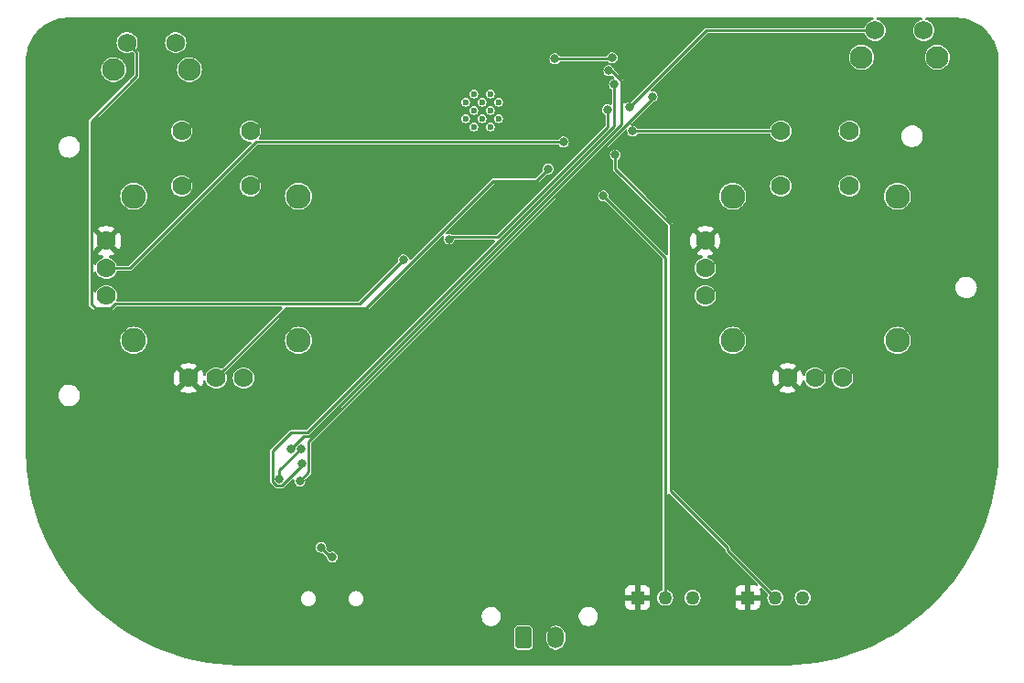
<source format=gbr>
%TF.GenerationSoftware,KiCad,Pcbnew,8.0.6*%
%TF.CreationDate,2025-03-25T19:51:35+01:00*%
%TF.ProjectId,CONTROL WIFI ESP32 S3 V4.0,434f4e54-524f-44c2-9057-494649204553,rev?*%
%TF.SameCoordinates,Original*%
%TF.FileFunction,Copper,L2,Bot*%
%TF.FilePolarity,Positive*%
%FSLAX46Y46*%
G04 Gerber Fmt 4.6, Leading zero omitted, Abs format (unit mm)*
G04 Created by KiCad (PCBNEW 8.0.6) date 2025-03-25 19:51:35*
%MOMM*%
%LPD*%
G01*
G04 APERTURE LIST*
G04 Aperture macros list*
%AMRoundRect*
0 Rectangle with rounded corners*
0 $1 Rounding radius*
0 $2 $3 $4 $5 $6 $7 $8 $9 X,Y pos of 4 corners*
0 Add a 4 corners polygon primitive as box body*
4,1,4,$2,$3,$4,$5,$6,$7,$8,$9,$2,$3,0*
0 Add four circle primitives for the rounded corners*
1,1,$1+$1,$2,$3*
1,1,$1+$1,$4,$5*
1,1,$1+$1,$6,$7*
1,1,$1+$1,$8,$9*
0 Add four rect primitives between the rounded corners*
20,1,$1+$1,$2,$3,$4,$5,0*
20,1,$1+$1,$4,$5,$6,$7,0*
20,1,$1+$1,$6,$7,$8,$9,0*
20,1,$1+$1,$8,$9,$2,$3,0*%
G04 Aperture macros list end*
%TA.AperFunction,ComponentPad*%
%ADD10R,1.268000X1.268000*%
%TD*%
%TA.AperFunction,ComponentPad*%
%ADD11C,1.268000*%
%TD*%
%TA.AperFunction,HeatsinkPad*%
%ADD12C,0.600000*%
%TD*%
%TA.AperFunction,ComponentPad*%
%ADD13C,2.100000*%
%TD*%
%TA.AperFunction,ComponentPad*%
%ADD14C,1.750000*%
%TD*%
%TA.AperFunction,ComponentPad*%
%ADD15RoundRect,0.250001X-0.499999X-0.759999X0.499999X-0.759999X0.499999X0.759999X-0.499999X0.759999X0*%
%TD*%
%TA.AperFunction,ComponentPad*%
%ADD16O,1.500000X2.020000*%
%TD*%
%TA.AperFunction,ComponentPad*%
%ADD17C,1.778000*%
%TD*%
%TA.AperFunction,ComponentPad*%
%ADD18C,2.286000*%
%TD*%
%TA.AperFunction,ViaPad*%
%ADD19C,0.800000*%
%TD*%
%TA.AperFunction,Conductor*%
%ADD20C,0.254000*%
%TD*%
%TA.AperFunction,Conductor*%
%ADD21C,0.250000*%
%TD*%
G04 APERTURE END LIST*
D10*
%TO.P,POT1,1*%
%TO.N,+3.3V*%
X97950000Y-135500000D03*
D11*
%TO.P,POT1,2*%
%TO.N,IO5*%
X100490000Y-135500000D03*
%TO.P,POT1,3*%
%TO.N,GND*%
X103030000Y-135500000D03*
%TD*%
D12*
%TO.P,U4,39,GND*%
%TO.N,GND*%
X71850000Y-89612500D03*
X71850000Y-91137500D03*
X72612500Y-88850000D03*
X72612500Y-90375000D03*
X72612500Y-91900000D03*
X73375000Y-89612500D03*
X73375000Y-91137500D03*
X74137500Y-88850000D03*
X74137500Y-90375000D03*
X74137500Y-91900000D03*
X74900000Y-89612500D03*
X74900000Y-91137500D03*
%TD*%
D13*
%TO.P,SW1,*%
%TO.N,*%
X39275000Y-86602500D03*
X46285000Y-86602500D03*
D14*
%TO.P,SW1,1,1*%
%TO.N,IO15*%
X40525000Y-84112500D03*
%TO.P,SW1,2,2*%
%TO.N,GND*%
X45025000Y-84112500D03*
%TD*%
D15*
%TO.P,J2,1,Pin_1*%
%TO.N,GND*%
X77200000Y-139200000D03*
D16*
%TO.P,J2,2,Pin_2*%
%TO.N,VIN*%
X80200000Y-139200000D03*
%TD*%
D17*
%TO.P,U5,B1A,SEL+*%
%TO.N,IO35*%
X45575000Y-92300000D03*
%TO.P,U5,B1B*%
%TO.N,N/C*%
X51925000Y-92300000D03*
%TO.P,U5,B2A,SEL-*%
%TO.N,GND*%
X45575000Y-97380000D03*
%TO.P,U5,B2B*%
%TO.N,N/C*%
X51925000Y-97380000D03*
%TO.P,U5,H1,H+*%
%TO.N,+3.3V*%
X46210000Y-115160000D03*
%TO.P,U5,H2,H*%
%TO.N,IO17*%
X48750000Y-115160000D03*
%TO.P,U5,H3,H-*%
%TO.N,GND*%
X51290000Y-115160000D03*
D18*
%TO.P,U5,S1,SHIELD*%
%TO.N,unconnected-(U5-SHIELD-PadS1)_2*%
X41130000Y-98332500D03*
%TO.P,U5,S2,SHIELD*%
%TO.N,unconnected-(U5-SHIELD-PadS1)*%
X41130000Y-111667500D03*
%TO.P,U5,S3,SHIELD*%
%TO.N,unconnected-(U5-SHIELD-PadS1)_1*%
X56370000Y-111667500D03*
%TO.P,U5,S4,SHIELD*%
%TO.N,unconnected-(U5-SHIELD-PadS1)_3*%
X56370000Y-98332500D03*
D17*
%TO.P,U5,V1,V+*%
%TO.N,+3.3V*%
X38590000Y-102460000D03*
%TO.P,U5,V2,V*%
%TO.N,IO18*%
X38590000Y-105000000D03*
%TO.P,U5,V3,V-*%
%TO.N,GND*%
X38590000Y-107540000D03*
%TD*%
%TO.P,U6,B1A,SEL+*%
%TO.N,IO19*%
X101005000Y-92300000D03*
%TO.P,U6,B1B*%
%TO.N,N/C*%
X107355000Y-92300000D03*
%TO.P,U6,B2A,SEL-*%
%TO.N,GND*%
X101005000Y-97380000D03*
%TO.P,U6,B2B*%
%TO.N,N/C*%
X107355000Y-97380000D03*
%TO.P,U6,H1,H+*%
%TO.N,+3.3V*%
X101640000Y-115160000D03*
%TO.P,U6,H2,H*%
%TO.N,IO16*%
X104180000Y-115160000D03*
%TO.P,U6,H3,H-*%
%TO.N,GND*%
X106720000Y-115160000D03*
D18*
%TO.P,U6,S1,SHIELD*%
%TO.N,unconnected-(U6-SHIELD-PadS1)_1*%
X96560000Y-98332500D03*
%TO.P,U6,S2,SHIELD*%
%TO.N,unconnected-(U6-SHIELD-PadS1)_3*%
X96560000Y-111667500D03*
%TO.P,U6,S3,SHIELD*%
%TO.N,unconnected-(U6-SHIELD-PadS1)*%
X111800000Y-111667500D03*
%TO.P,U6,S4,SHIELD*%
%TO.N,unconnected-(U6-SHIELD-PadS1)_2*%
X111800000Y-98332500D03*
D17*
%TO.P,U6,V1,V+*%
%TO.N,+3.3V*%
X94020000Y-102460000D03*
%TO.P,U6,V2,V*%
%TO.N,IO14*%
X94020000Y-105000000D03*
%TO.P,U6,V3,V-*%
%TO.N,GND*%
X94020000Y-107540000D03*
%TD*%
D13*
%TO.P,SW2,*%
%TO.N,*%
X108475000Y-85452500D03*
X115485000Y-85452500D03*
D14*
%TO.P,SW2,1,1*%
%TO.N,IO13*%
X109725000Y-82962500D03*
%TO.P,SW2,2,2*%
%TO.N,GND*%
X114225000Y-82962500D03*
%TD*%
D10*
%TO.P,POT2,1*%
%TO.N,+3.3V*%
X87760000Y-135500000D03*
D11*
%TO.P,POT2,2*%
%TO.N,IO4*%
X90300000Y-135500000D03*
%TO.P,POT2,3*%
%TO.N,GND*%
X92840000Y-135500000D03*
%TD*%
D19*
%TO.N,BT*%
X89100000Y-89100000D03*
X56500000Y-124700000D03*
%TO.N,+3.3V*%
X92900000Y-85500000D03*
X72100000Y-102800000D03*
X70200000Y-129250000D03*
X83400000Y-107200000D03*
X60700000Y-82800000D03*
X113000000Y-123800000D03*
X67200000Y-125600000D03*
X61000000Y-84200000D03*
X81400000Y-129400000D03*
X34800000Y-87200000D03*
X61700000Y-125400000D03*
X66500000Y-84400000D03*
X60900000Y-90800000D03*
X103600000Y-89300000D03*
X77400000Y-102900000D03*
%TO.N,EN*%
X80100000Y-85600000D03*
X85400000Y-85500000D03*
%TO.N,RX*%
X85600000Y-87970000D03*
X56700000Y-123075000D03*
%TO.N,TX*%
X55655715Y-121760400D03*
X85100000Y-86700000D03*
%TO.N,IO13*%
X84973000Y-90300000D03*
X70300000Y-102300000D03*
X87000000Y-90100000D03*
%TO.N,IO15*%
X66100000Y-104200000D03*
%TO.N,IO5*%
X85700000Y-94500000D03*
%TO.N,Net-(J1-D+)*%
X59529585Y-131727000D03*
X58449999Y-130834289D03*
%TO.N,Net-(Q1A-E1)*%
X56600000Y-121700000D03*
X54600000Y-124500000D03*
%TO.N,IO4*%
X84600000Y-98300000D03*
%TO.N,IO17*%
X79500000Y-95800000D03*
%TO.N,IO18*%
X80900000Y-93300000D03*
%TO.N,IO19*%
X87300000Y-92300000D03*
%TD*%
D20*
%TO.N,BT*%
X83207276Y-95207276D02*
X89100000Y-89314552D01*
X57327000Y-121087552D02*
X83207276Y-95207276D01*
X57327000Y-123873000D02*
X57327000Y-121087552D01*
X56500000Y-124700000D02*
X57327000Y-123873000D01*
X89100000Y-89314552D02*
X89100000Y-89100000D01*
D21*
%TO.N,EN*%
X85300000Y-85600000D02*
X85400000Y-85500000D01*
X80100000Y-85600000D02*
X85300000Y-85600000D01*
D20*
%TO.N,RX*%
X53973000Y-124759712D02*
X53973000Y-121927000D01*
X85600000Y-91813288D02*
X85600000Y-87970000D01*
X57213288Y-120200000D02*
X85600000Y-91813288D01*
X56700000Y-123286712D02*
X54859712Y-125127000D01*
X53973000Y-121927000D02*
X55700000Y-120200000D01*
X54859712Y-125127000D02*
X54340288Y-125127000D01*
X55700000Y-120200000D02*
X57213288Y-120200000D01*
X56700000Y-123075000D02*
X56700000Y-123286712D01*
X54340288Y-125127000D02*
X53973000Y-124759712D01*
%TO.N,TX*%
X55655715Y-121757573D02*
X56859288Y-120554000D01*
X56859288Y-120554000D02*
X57359920Y-120554000D01*
X55655715Y-121760400D02*
X55655715Y-121757573D01*
X85300000Y-86700000D02*
X85100000Y-86700000D01*
X57359920Y-120554000D02*
X86227000Y-91686920D01*
X86227000Y-87627000D02*
X85300000Y-86700000D01*
X86227000Y-91686920D02*
X86227000Y-87627000D01*
D21*
%TO.N,IO13*%
X85000000Y-90600000D02*
X85000000Y-90700000D01*
X94137500Y-82962500D02*
X109725000Y-82962500D01*
X80157742Y-96757742D02*
X85000000Y-91915484D01*
X74807742Y-102107742D02*
X80157742Y-96757742D01*
X85000000Y-90700000D02*
X85000000Y-90327000D01*
X70492258Y-102107742D02*
X74807742Y-102107742D01*
X85000000Y-91915484D02*
X85000000Y-90600000D01*
X85000000Y-90327000D02*
X84973000Y-90300000D01*
X87000000Y-90100000D02*
X94137500Y-82962500D01*
X70300000Y-102300000D02*
X70492258Y-102107742D01*
%TO.N,IO15*%
X37200000Y-108300000D02*
X37200000Y-91383500D01*
X62000000Y-108300000D02*
X39405434Y-108300000D01*
X37554000Y-108654000D02*
X37200000Y-108300000D01*
X37200000Y-91383500D02*
X41399999Y-87183501D01*
X39051434Y-108654000D02*
X37554000Y-108654000D01*
X41399999Y-84987499D02*
X40525000Y-84112500D01*
X66100000Y-104200000D02*
X62000000Y-108300000D01*
X41399999Y-87183501D02*
X41399999Y-84987499D01*
X39405434Y-108300000D02*
X39051434Y-108654000D01*
%TO.N,IO5*%
X85700000Y-94500000D02*
X85700000Y-95800000D01*
X96090000Y-130890000D02*
X96090000Y-131100000D01*
X85700000Y-95800000D02*
X90800000Y-100900000D01*
X96090000Y-131100000D02*
X100490000Y-135500000D01*
X90800000Y-125600000D02*
X96090000Y-130890000D01*
X90800000Y-100900000D02*
X90800000Y-125600000D01*
D20*
%TO.N,Net-(J1-D+)*%
X59342710Y-131727000D02*
X58449999Y-130834289D01*
X59529585Y-131727000D02*
X59342710Y-131727000D01*
D21*
%TO.N,Net-(Q1A-E1)*%
X54600000Y-124500000D02*
X54600000Y-123700000D01*
X54600000Y-123700000D02*
X56600000Y-121700000D01*
%TO.N,IO4*%
X90300000Y-104000000D02*
X84600000Y-98300000D01*
X90300000Y-135500000D02*
X90300000Y-104000000D01*
%TO.N,IO17*%
X74400000Y-96900000D02*
X62650000Y-108650000D01*
X55260000Y-108650000D02*
X48750000Y-115160000D01*
X79500000Y-95800000D02*
X78400000Y-96900000D01*
X78400000Y-96900000D02*
X74400000Y-96900000D01*
X62650000Y-108650000D02*
X55260000Y-108650000D01*
%TO.N,IO18*%
X38590000Y-105000000D02*
X40800434Y-105000000D01*
X40800434Y-105000000D02*
X52500434Y-93300000D01*
X52500434Y-93300000D02*
X80900000Y-93300000D01*
D20*
%TO.N,IO19*%
X101005000Y-92300000D02*
X87300000Y-92300000D01*
%TD*%
%TA.AperFunction,Conductor*%
%TO.N,+3.3V*%
G36*
X109543234Y-81784685D02*
G01*
X109588989Y-81837489D01*
X109598933Y-81906647D01*
X109569908Y-81970203D01*
X109512190Y-82007661D01*
X109349881Y-82056896D01*
X109180424Y-82147473D01*
X109180417Y-82147477D01*
X109031879Y-82269379D01*
X108909977Y-82417917D01*
X108909973Y-82417924D01*
X108819395Y-82587384D01*
X108800705Y-82648996D01*
X108762407Y-82707435D01*
X108698595Y-82735891D01*
X108682045Y-82737000D01*
X94182354Y-82737000D01*
X94092645Y-82737000D01*
X94092643Y-82737000D01*
X94092641Y-82737001D01*
X94009766Y-82771327D01*
X87208733Y-89572360D01*
X87147410Y-89605845D01*
X87086119Y-89603657D01*
X87071961Y-89599500D01*
X86928039Y-89599500D01*
X86928036Y-89599500D01*
X86789949Y-89640045D01*
X86668872Y-89717857D01*
X86662172Y-89723663D01*
X86660386Y-89721602D01*
X86613433Y-89751777D01*
X86543564Y-89751776D01*
X86484786Y-89714001D01*
X86455762Y-89650445D01*
X86454500Y-89632799D01*
X86454500Y-87581748D01*
X86454498Y-87581743D01*
X86419868Y-87498134D01*
X86419866Y-87498132D01*
X86027506Y-87105772D01*
X85632127Y-86710394D01*
X85598643Y-86649072D01*
X85597073Y-86640373D01*
X85585165Y-86557543D01*
X85525377Y-86426627D01*
X85431128Y-86317857D01*
X85310053Y-86240047D01*
X85310052Y-86240046D01*
X85310051Y-86240046D01*
X85304023Y-86237293D01*
X85251221Y-86191536D01*
X85239257Y-86150789D01*
X85195970Y-86188296D01*
X85144462Y-86199500D01*
X85028036Y-86199500D01*
X84889949Y-86240045D01*
X84768873Y-86317856D01*
X84674623Y-86426626D01*
X84674622Y-86426628D01*
X84614834Y-86557543D01*
X84594353Y-86700000D01*
X84614834Y-86842456D01*
X84674622Y-86973371D01*
X84674623Y-86973373D01*
X84768872Y-87082143D01*
X84889947Y-87159953D01*
X84889950Y-87159954D01*
X84889949Y-87159954D01*
X85028036Y-87200499D01*
X85028038Y-87200500D01*
X85028039Y-87200500D01*
X85171962Y-87200500D01*
X85171962Y-87200499D01*
X85310053Y-87159953D01*
X85310054Y-87159951D01*
X85318118Y-87156270D01*
X85319499Y-87159294D01*
X85371005Y-87144149D01*
X85438052Y-87163808D01*
X85458734Y-87180468D01*
X85550113Y-87271847D01*
X85583598Y-87333170D01*
X85578614Y-87402862D01*
X85536742Y-87458795D01*
X85497367Y-87478505D01*
X85389949Y-87510045D01*
X85268873Y-87587856D01*
X85174623Y-87696626D01*
X85174622Y-87696628D01*
X85114834Y-87827543D01*
X85094353Y-87970000D01*
X85114834Y-88112456D01*
X85174622Y-88243371D01*
X85174623Y-88243373D01*
X85268872Y-88352143D01*
X85268874Y-88352144D01*
X85268874Y-88352145D01*
X85315538Y-88382133D01*
X85361294Y-88434936D01*
X85372500Y-88486449D01*
X85372500Y-89734708D01*
X85352815Y-89801747D01*
X85300011Y-89847502D01*
X85230853Y-89857446D01*
X85191548Y-89842786D01*
X85191118Y-89843730D01*
X85183050Y-89840045D01*
X85044963Y-89799500D01*
X85044961Y-89799500D01*
X84901039Y-89799500D01*
X84901036Y-89799500D01*
X84762949Y-89840045D01*
X84641873Y-89917856D01*
X84547623Y-90026626D01*
X84547622Y-90026628D01*
X84487834Y-90157543D01*
X84467353Y-90300000D01*
X84487834Y-90442456D01*
X84514253Y-90500304D01*
X84547623Y-90573373D01*
X84641872Y-90682143D01*
X84717539Y-90730771D01*
X84763294Y-90783575D01*
X84774500Y-90835087D01*
X84774500Y-91770717D01*
X84754815Y-91837756D01*
X84738181Y-91858398D01*
X74750656Y-101845923D01*
X74689333Y-101879408D01*
X74662975Y-101882242D01*
X70612119Y-101882242D01*
X70545081Y-101862558D01*
X70510053Y-101840047D01*
X70510052Y-101840046D01*
X70510048Y-101840044D01*
X70371963Y-101799500D01*
X70371961Y-101799500D01*
X70228039Y-101799500D01*
X70228035Y-101799500D01*
X70115690Y-101832487D01*
X70045820Y-101832487D01*
X69987042Y-101794712D01*
X69958018Y-101731156D01*
X69967962Y-101661998D01*
X69993072Y-101625833D01*
X74457087Y-97161819D01*
X74518410Y-97128334D01*
X74544768Y-97125500D01*
X78340703Y-97125500D01*
X78340711Y-97125501D01*
X78355145Y-97125501D01*
X78444853Y-97125501D01*
X78444855Y-97125501D01*
X78503460Y-97101225D01*
X78527736Y-97091170D01*
X78591170Y-97027736D01*
X78591170Y-97027735D01*
X78608608Y-97010297D01*
X78608610Y-97010294D01*
X79291266Y-96327637D01*
X79352587Y-96294154D01*
X79413880Y-96296343D01*
X79428038Y-96300500D01*
X79428039Y-96300500D01*
X79571962Y-96300500D01*
X79571962Y-96300499D01*
X79710053Y-96259953D01*
X79831128Y-96182143D01*
X79925377Y-96073373D01*
X79985165Y-95942457D01*
X80005647Y-95800000D01*
X79985165Y-95657543D01*
X79925377Y-95526627D01*
X79831128Y-95417857D01*
X79710053Y-95340047D01*
X79710051Y-95340046D01*
X79710049Y-95340045D01*
X79710050Y-95340045D01*
X79571963Y-95299500D01*
X79571961Y-95299500D01*
X79428039Y-95299500D01*
X79428036Y-95299500D01*
X79289949Y-95340045D01*
X79168873Y-95417856D01*
X79074623Y-95526626D01*
X79074622Y-95526628D01*
X79014834Y-95657543D01*
X78994353Y-95800000D01*
X79008993Y-95901830D01*
X78999049Y-95970988D01*
X78973936Y-96007157D01*
X78342914Y-96638181D01*
X78281591Y-96671666D01*
X78255233Y-96674500D01*
X74444854Y-96674500D01*
X74355145Y-96674500D01*
X74355143Y-96674500D01*
X74355141Y-96674501D01*
X74272266Y-96708827D01*
X66802866Y-104178227D01*
X66741543Y-104211712D01*
X66671851Y-104206728D01*
X66615918Y-104164856D01*
X66592447Y-104108192D01*
X66585165Y-104057543D01*
X66538401Y-103955145D01*
X66525377Y-103926627D01*
X66431128Y-103817857D01*
X66310053Y-103740047D01*
X66310051Y-103740046D01*
X66310049Y-103740045D01*
X66310050Y-103740045D01*
X66171963Y-103699500D01*
X66171961Y-103699500D01*
X66028039Y-103699500D01*
X66028036Y-103699500D01*
X65889949Y-103740045D01*
X65768873Y-103817856D01*
X65674623Y-103926626D01*
X65674622Y-103926628D01*
X65614834Y-104057543D01*
X65594353Y-104200000D01*
X65608993Y-104301830D01*
X65599049Y-104370988D01*
X65573936Y-104407157D01*
X61942914Y-108038181D01*
X61881591Y-108071666D01*
X61855233Y-108074500D01*
X39629080Y-108074500D01*
X39562041Y-108054815D01*
X39516286Y-108002011D01*
X39506342Y-107932853D01*
X39510420Y-107914504D01*
X39511839Y-107909826D01*
X39565183Y-107733976D01*
X39584288Y-107540000D01*
X39565183Y-107346024D01*
X39508602Y-107159502D01*
X39508599Y-107159498D01*
X39508599Y-107159495D01*
X39416723Y-106987608D01*
X39416721Y-106987606D01*
X39416720Y-106987603D01*
X39379114Y-106941780D01*
X39293068Y-106836931D01*
X39142398Y-106713281D01*
X39142391Y-106713276D01*
X38970504Y-106621400D01*
X38970498Y-106621398D01*
X38783976Y-106564817D01*
X38783974Y-106564816D01*
X38783972Y-106564816D01*
X38590000Y-106545712D01*
X38396027Y-106564816D01*
X38209495Y-106621400D01*
X38037608Y-106713276D01*
X38037601Y-106713281D01*
X37886931Y-106836931D01*
X37763281Y-106987601D01*
X37763276Y-106987608D01*
X37671398Y-107159500D01*
X37668160Y-107170175D01*
X37629862Y-107228614D01*
X37566050Y-107257070D01*
X37496983Y-107246509D01*
X37444590Y-107200284D01*
X37425500Y-107134179D01*
X37425500Y-105405820D01*
X37445185Y-105338781D01*
X37497989Y-105293026D01*
X37567147Y-105283082D01*
X37630703Y-105312107D01*
X37668161Y-105369826D01*
X37671399Y-105380501D01*
X37763276Y-105552391D01*
X37763281Y-105552398D01*
X37886931Y-105703068D01*
X37991780Y-105789114D01*
X38037603Y-105826720D01*
X38037606Y-105826721D01*
X38037608Y-105826723D01*
X38209495Y-105918599D01*
X38209498Y-105918599D01*
X38209502Y-105918602D01*
X38396024Y-105975183D01*
X38590000Y-105994288D01*
X38783976Y-105975183D01*
X38970498Y-105918602D01*
X39142397Y-105826720D01*
X39293068Y-105703068D01*
X39416720Y-105552397D01*
X39508602Y-105380498D01*
X39521257Y-105338781D01*
X39528925Y-105313504D01*
X39567222Y-105255066D01*
X39631035Y-105226609D01*
X39647585Y-105225500D01*
X40741137Y-105225500D01*
X40741145Y-105225501D01*
X40755579Y-105225501D01*
X40845287Y-105225501D01*
X40845289Y-105225501D01*
X40903894Y-105201225D01*
X40928170Y-105191170D01*
X40991604Y-105127736D01*
X40991604Y-105127735D01*
X41009042Y-105110297D01*
X41009043Y-105110294D01*
X48739338Y-97380000D01*
X50930712Y-97380000D01*
X50949816Y-97573972D01*
X51006400Y-97760504D01*
X51098276Y-97932391D01*
X51098281Y-97932398D01*
X51221931Y-98083068D01*
X51312680Y-98157543D01*
X51372603Y-98206720D01*
X51372606Y-98206721D01*
X51372608Y-98206723D01*
X51544495Y-98298599D01*
X51544498Y-98298599D01*
X51544502Y-98298602D01*
X51731024Y-98355183D01*
X51925000Y-98374288D01*
X52118976Y-98355183D01*
X52193755Y-98332499D01*
X55121750Y-98332499D01*
X55121750Y-98332500D01*
X55140713Y-98549251D01*
X55140715Y-98549261D01*
X55197026Y-98759419D01*
X55197028Y-98759423D01*
X55197029Y-98759427D01*
X55216182Y-98800500D01*
X55288983Y-98956623D01*
X55288984Y-98956625D01*
X55413786Y-99134862D01*
X55567637Y-99288713D01*
X55567640Y-99288715D01*
X55745875Y-99413516D01*
X55943073Y-99505471D01*
X56153244Y-99561786D01*
X56326648Y-99576957D01*
X56369999Y-99580750D01*
X56370000Y-99580750D01*
X56370001Y-99580750D01*
X56406126Y-99577589D01*
X56586756Y-99561786D01*
X56796927Y-99505471D01*
X56994125Y-99413516D01*
X57172360Y-99288715D01*
X57326215Y-99134860D01*
X57451016Y-98956625D01*
X57542971Y-98759427D01*
X57599286Y-98549256D01*
X57618250Y-98332500D01*
X57615406Y-98299999D01*
X57599286Y-98115748D01*
X57599286Y-98115744D01*
X57550159Y-97932398D01*
X57542973Y-97905580D01*
X57542972Y-97905579D01*
X57542971Y-97905573D01*
X57451016Y-97708375D01*
X57326215Y-97530140D01*
X57326213Y-97530137D01*
X57172362Y-97376286D01*
X56994125Y-97251484D01*
X56994123Y-97251483D01*
X56972016Y-97241174D01*
X56796927Y-97159529D01*
X56796923Y-97159528D01*
X56796919Y-97159526D01*
X56586761Y-97103215D01*
X56586751Y-97103213D01*
X56370001Y-97084250D01*
X56369999Y-97084250D01*
X56153248Y-97103213D01*
X56153238Y-97103215D01*
X55943080Y-97159526D01*
X55943071Y-97159530D01*
X55745876Y-97251483D01*
X55745874Y-97251484D01*
X55567637Y-97376286D01*
X55413786Y-97530137D01*
X55288984Y-97708374D01*
X55288983Y-97708376D01*
X55197030Y-97905571D01*
X55197026Y-97905580D01*
X55140715Y-98115738D01*
X55140713Y-98115748D01*
X55121750Y-98332499D01*
X52193755Y-98332499D01*
X52305498Y-98298602D01*
X52477397Y-98206720D01*
X52628068Y-98083068D01*
X52751720Y-97932397D01*
X52843602Y-97760498D01*
X52900183Y-97573976D01*
X52919288Y-97380000D01*
X52900183Y-97186024D01*
X52843602Y-96999502D01*
X52843599Y-96999498D01*
X52843599Y-96999495D01*
X52751723Y-96827608D01*
X52751721Y-96827606D01*
X52751720Y-96827603D01*
X52654246Y-96708830D01*
X52628068Y-96676931D01*
X52477398Y-96553281D01*
X52477391Y-96553276D01*
X52305504Y-96461400D01*
X52305498Y-96461398D01*
X52118976Y-96404817D01*
X52118974Y-96404816D01*
X52118972Y-96404816D01*
X51925000Y-96385712D01*
X51731027Y-96404816D01*
X51544495Y-96461400D01*
X51372608Y-96553276D01*
X51372601Y-96553281D01*
X51221931Y-96676931D01*
X51098281Y-96827601D01*
X51098276Y-96827608D01*
X51006400Y-96999495D01*
X50949816Y-97186027D01*
X50930712Y-97380000D01*
X48739338Y-97380000D01*
X52557520Y-93561819D01*
X52618843Y-93528334D01*
X52645201Y-93525500D01*
X80376512Y-93525500D01*
X80443551Y-93545185D01*
X80470225Y-93568297D01*
X80474622Y-93573371D01*
X80474623Y-93573373D01*
X80568872Y-93682143D01*
X80689947Y-93759953D01*
X80689950Y-93759954D01*
X80689949Y-93759954D01*
X80828036Y-93800499D01*
X80828038Y-93800500D01*
X80828039Y-93800500D01*
X80971962Y-93800500D01*
X80971962Y-93800499D01*
X81092864Y-93765000D01*
X81110050Y-93759954D01*
X81110050Y-93759953D01*
X81110053Y-93759953D01*
X81231128Y-93682143D01*
X81325377Y-93573373D01*
X81385165Y-93442457D01*
X81405647Y-93300000D01*
X81385165Y-93157543D01*
X81325377Y-93026627D01*
X81231128Y-92917857D01*
X81110053Y-92840047D01*
X81110051Y-92840046D01*
X81110049Y-92840045D01*
X81110050Y-92840045D01*
X80971963Y-92799500D01*
X80971961Y-92799500D01*
X80828039Y-92799500D01*
X80828036Y-92799500D01*
X80689949Y-92840045D01*
X80568873Y-92917856D01*
X80470225Y-93031703D01*
X80411447Y-93069477D01*
X80376512Y-93074500D01*
X52831621Y-93074500D01*
X52764582Y-93054815D01*
X52718827Y-93002011D01*
X52708883Y-92932853D01*
X52735768Y-92871835D01*
X52751719Y-92852398D01*
X52751723Y-92852391D01*
X52779460Y-92800500D01*
X52843602Y-92680498D01*
X52900183Y-92493976D01*
X52919288Y-92300000D01*
X52900183Y-92106024D01*
X52843602Y-91919502D01*
X52843599Y-91919498D01*
X52843599Y-91919495D01*
X52833177Y-91899996D01*
X72207008Y-91899996D01*
X72207008Y-91900003D01*
X72226852Y-92025300D01*
X72226852Y-92025301D01*
X72235837Y-92042934D01*
X72284450Y-92138342D01*
X72284452Y-92138344D01*
X72284454Y-92138347D01*
X72374152Y-92228045D01*
X72374154Y-92228046D01*
X72374158Y-92228050D01*
X72487196Y-92285646D01*
X72487197Y-92285646D01*
X72487199Y-92285647D01*
X72612497Y-92305492D01*
X72612500Y-92305492D01*
X72612503Y-92305492D01*
X72737800Y-92285647D01*
X72737801Y-92285647D01*
X72737802Y-92285646D01*
X72737804Y-92285646D01*
X72850842Y-92228050D01*
X72940550Y-92138342D01*
X72998146Y-92025304D01*
X72998146Y-92025302D01*
X72998147Y-92025301D01*
X72998147Y-92025300D01*
X73017992Y-91900003D01*
X73017992Y-91899996D01*
X73732008Y-91899996D01*
X73732008Y-91900003D01*
X73751852Y-92025300D01*
X73751852Y-92025301D01*
X73760837Y-92042934D01*
X73809450Y-92138342D01*
X73809452Y-92138344D01*
X73809454Y-92138347D01*
X73899152Y-92228045D01*
X73899154Y-92228046D01*
X73899158Y-92228050D01*
X74012196Y-92285646D01*
X74012197Y-92285646D01*
X74012199Y-92285647D01*
X74137497Y-92305492D01*
X74137500Y-92305492D01*
X74137503Y-92305492D01*
X74262800Y-92285647D01*
X74262801Y-92285647D01*
X74262802Y-92285646D01*
X74262804Y-92285646D01*
X74375842Y-92228050D01*
X74465550Y-92138342D01*
X74523146Y-92025304D01*
X74523146Y-92025302D01*
X74523147Y-92025301D01*
X74523147Y-92025300D01*
X74542992Y-91900003D01*
X74542992Y-91899996D01*
X74523147Y-91774699D01*
X74523147Y-91774698D01*
X74494795Y-91719055D01*
X74465550Y-91661658D01*
X74465546Y-91661654D01*
X74465545Y-91661652D01*
X74375847Y-91571954D01*
X74375844Y-91571952D01*
X74375842Y-91571950D01*
X74262804Y-91514354D01*
X74262803Y-91514353D01*
X74262800Y-91514352D01*
X74137503Y-91494508D01*
X74137497Y-91494508D01*
X74012199Y-91514352D01*
X74012198Y-91514352D01*
X73955991Y-91542992D01*
X73899158Y-91571950D01*
X73899157Y-91571951D01*
X73899152Y-91571954D01*
X73809454Y-91661652D01*
X73809451Y-91661657D01*
X73751852Y-91774698D01*
X73751852Y-91774699D01*
X73732008Y-91899996D01*
X73017992Y-91899996D01*
X72998147Y-91774699D01*
X72998147Y-91774698D01*
X72969795Y-91719055D01*
X72940550Y-91661658D01*
X72940546Y-91661654D01*
X72940545Y-91661652D01*
X72850847Y-91571954D01*
X72850844Y-91571952D01*
X72850842Y-91571950D01*
X72737804Y-91514354D01*
X72737803Y-91514353D01*
X72737800Y-91514352D01*
X72612503Y-91494508D01*
X72612497Y-91494508D01*
X72487199Y-91514352D01*
X72487198Y-91514352D01*
X72430991Y-91542992D01*
X72374158Y-91571950D01*
X72374157Y-91571951D01*
X72374152Y-91571954D01*
X72284454Y-91661652D01*
X72284451Y-91661657D01*
X72226852Y-91774698D01*
X72226852Y-91774699D01*
X72207008Y-91899996D01*
X52833177Y-91899996D01*
X52751723Y-91747608D01*
X52751721Y-91747606D01*
X52751720Y-91747603D01*
X52681187Y-91661658D01*
X52628068Y-91596931D01*
X52477398Y-91473281D01*
X52477391Y-91473276D01*
X52305504Y-91381400D01*
X52305498Y-91381398D01*
X52118976Y-91324817D01*
X52118974Y-91324816D01*
X52118972Y-91324816D01*
X51925000Y-91305712D01*
X51731027Y-91324816D01*
X51544495Y-91381400D01*
X51372608Y-91473276D01*
X51372601Y-91473281D01*
X51221931Y-91596931D01*
X51098281Y-91747601D01*
X51098276Y-91747608D01*
X51006400Y-91919495D01*
X50949816Y-92106027D01*
X50930712Y-92300000D01*
X50949816Y-92493972D01*
X50949816Y-92493974D01*
X50949817Y-92493976D01*
X51006398Y-92680498D01*
X51006400Y-92680504D01*
X51098276Y-92852391D01*
X51098279Y-92852395D01*
X51098280Y-92852397D01*
X51109796Y-92866429D01*
X51221931Y-93003068D01*
X51284986Y-93054815D01*
X51372603Y-93126720D01*
X51372606Y-93126721D01*
X51372608Y-93126723D01*
X51544495Y-93218599D01*
X51544498Y-93218599D01*
X51544502Y-93218602D01*
X51731024Y-93275183D01*
X51902815Y-93292103D01*
X51967601Y-93318262D01*
X52007960Y-93375297D01*
X52011077Y-93445097D01*
X51978341Y-93503186D01*
X40743348Y-104738181D01*
X40682025Y-104771666D01*
X40655667Y-104774500D01*
X39647585Y-104774500D01*
X39580546Y-104754815D01*
X39534791Y-104702011D01*
X39528925Y-104686496D01*
X39514823Y-104640010D01*
X39508602Y-104619502D01*
X39416720Y-104447603D01*
X39343839Y-104358797D01*
X39293068Y-104296931D01*
X39142398Y-104173281D01*
X39142391Y-104173276D01*
X38970502Y-104081399D01*
X38945853Y-104073922D01*
X38889007Y-104056678D01*
X38830570Y-104018381D01*
X38802114Y-103954569D01*
X38812674Y-103885502D01*
X38858898Y-103833108D01*
X38904595Y-103815709D01*
X38932149Y-103811111D01*
X39149859Y-103736370D01*
X39149868Y-103736367D01*
X39352315Y-103626807D01*
X39352316Y-103626806D01*
X39380958Y-103604513D01*
X39380959Y-103604511D01*
X38674095Y-102897647D01*
X38761571Y-102874208D01*
X38862930Y-102815689D01*
X38945689Y-102732930D01*
X39004208Y-102631571D01*
X39027647Y-102544094D01*
X39733238Y-103249685D01*
X39815772Y-103123359D01*
X39815777Y-103123351D01*
X39908242Y-102912553D01*
X39964750Y-102689408D01*
X39964752Y-102689396D01*
X39983760Y-102460005D01*
X39983760Y-102459994D01*
X39964752Y-102230603D01*
X39964750Y-102230591D01*
X39908242Y-102007446D01*
X39815774Y-101796642D01*
X39733238Y-101670313D01*
X39027647Y-102375904D01*
X39004208Y-102288429D01*
X38945689Y-102187070D01*
X38862930Y-102104311D01*
X38761571Y-102045792D01*
X38674094Y-102022352D01*
X39380958Y-101315486D01*
X39380958Y-101315484D01*
X39352322Y-101293196D01*
X39352316Y-101293192D01*
X39149868Y-101183632D01*
X39149859Y-101183629D01*
X38932150Y-101108889D01*
X38705095Y-101071000D01*
X38474905Y-101071000D01*
X38247849Y-101108889D01*
X38030140Y-101183629D01*
X38030132Y-101183632D01*
X37827681Y-101293194D01*
X37799040Y-101315485D01*
X37799040Y-101315487D01*
X38505906Y-102022352D01*
X38418429Y-102045792D01*
X38317070Y-102104311D01*
X38234311Y-102187070D01*
X38175792Y-102288429D01*
X38152352Y-102375905D01*
X37461819Y-101685372D01*
X37428334Y-101624049D01*
X37425500Y-101597691D01*
X37425500Y-98332499D01*
X39881750Y-98332499D01*
X39881750Y-98332500D01*
X39900713Y-98549251D01*
X39900715Y-98549261D01*
X39957026Y-98759419D01*
X39957028Y-98759423D01*
X39957029Y-98759427D01*
X39976182Y-98800500D01*
X40048983Y-98956623D01*
X40048984Y-98956625D01*
X40173786Y-99134862D01*
X40327637Y-99288713D01*
X40327640Y-99288715D01*
X40505875Y-99413516D01*
X40703073Y-99505471D01*
X40913244Y-99561786D01*
X41086648Y-99576957D01*
X41129999Y-99580750D01*
X41130000Y-99580750D01*
X41130001Y-99580750D01*
X41166126Y-99577589D01*
X41346756Y-99561786D01*
X41556927Y-99505471D01*
X41754125Y-99413516D01*
X41932360Y-99288715D01*
X42086215Y-99134860D01*
X42211016Y-98956625D01*
X42302971Y-98759427D01*
X42359286Y-98549256D01*
X42378250Y-98332500D01*
X42375406Y-98299999D01*
X42359286Y-98115748D01*
X42359286Y-98115744D01*
X42310159Y-97932398D01*
X42302973Y-97905580D01*
X42302972Y-97905579D01*
X42302971Y-97905573D01*
X42211016Y-97708375D01*
X42086215Y-97530140D01*
X42086213Y-97530137D01*
X41936076Y-97380000D01*
X44580712Y-97380000D01*
X44599816Y-97573972D01*
X44656400Y-97760504D01*
X44748276Y-97932391D01*
X44748281Y-97932398D01*
X44871931Y-98083068D01*
X44962680Y-98157543D01*
X45022603Y-98206720D01*
X45022606Y-98206721D01*
X45022608Y-98206723D01*
X45194495Y-98298599D01*
X45194498Y-98298599D01*
X45194502Y-98298602D01*
X45381024Y-98355183D01*
X45575000Y-98374288D01*
X45768976Y-98355183D01*
X45955498Y-98298602D01*
X46127397Y-98206720D01*
X46278068Y-98083068D01*
X46401720Y-97932397D01*
X46493602Y-97760498D01*
X46550183Y-97573976D01*
X46569288Y-97380000D01*
X46550183Y-97186024D01*
X46493602Y-96999502D01*
X46493599Y-96999498D01*
X46493599Y-96999495D01*
X46401723Y-96827608D01*
X46401721Y-96827606D01*
X46401720Y-96827603D01*
X46304246Y-96708830D01*
X46278068Y-96676931D01*
X46127398Y-96553281D01*
X46127391Y-96553276D01*
X45955504Y-96461400D01*
X45955498Y-96461398D01*
X45768976Y-96404817D01*
X45768974Y-96404816D01*
X45768972Y-96404816D01*
X45575000Y-96385712D01*
X45381027Y-96404816D01*
X45194495Y-96461400D01*
X45022608Y-96553276D01*
X45022601Y-96553281D01*
X44871931Y-96676931D01*
X44748281Y-96827601D01*
X44748276Y-96827608D01*
X44656400Y-96999495D01*
X44599816Y-97186027D01*
X44580712Y-97380000D01*
X41936076Y-97380000D01*
X41932362Y-97376286D01*
X41754125Y-97251484D01*
X41754123Y-97251483D01*
X41732016Y-97241174D01*
X41556927Y-97159529D01*
X41556923Y-97159528D01*
X41556919Y-97159526D01*
X41346761Y-97103215D01*
X41346751Y-97103213D01*
X41130001Y-97084250D01*
X41129999Y-97084250D01*
X40913248Y-97103213D01*
X40913238Y-97103215D01*
X40703080Y-97159526D01*
X40703071Y-97159530D01*
X40505876Y-97251483D01*
X40505874Y-97251484D01*
X40327637Y-97376286D01*
X40173786Y-97530137D01*
X40048984Y-97708374D01*
X40048983Y-97708376D01*
X39957030Y-97905571D01*
X39957026Y-97905580D01*
X39900715Y-98115738D01*
X39900713Y-98115748D01*
X39881750Y-98332499D01*
X37425500Y-98332499D01*
X37425500Y-92300000D01*
X44580712Y-92300000D01*
X44599816Y-92493972D01*
X44599816Y-92493974D01*
X44599817Y-92493976D01*
X44656398Y-92680498D01*
X44656400Y-92680504D01*
X44748276Y-92852391D01*
X44748279Y-92852395D01*
X44748280Y-92852397D01*
X44759796Y-92866429D01*
X44871931Y-93003068D01*
X44934986Y-93054815D01*
X45022603Y-93126720D01*
X45022606Y-93126721D01*
X45022608Y-93126723D01*
X45194495Y-93218599D01*
X45194498Y-93218599D01*
X45194502Y-93218602D01*
X45381024Y-93275183D01*
X45575000Y-93294288D01*
X45768976Y-93275183D01*
X45955498Y-93218602D01*
X46127397Y-93126720D01*
X46278068Y-93003068D01*
X46401720Y-92852397D01*
X46493602Y-92680498D01*
X46550183Y-92493976D01*
X46569288Y-92300000D01*
X46550183Y-92106024D01*
X46493602Y-91919502D01*
X46493599Y-91919498D01*
X46493599Y-91919495D01*
X46401723Y-91747608D01*
X46401721Y-91747606D01*
X46401720Y-91747603D01*
X46331187Y-91661658D01*
X46278068Y-91596931D01*
X46127398Y-91473281D01*
X46127391Y-91473276D01*
X45955504Y-91381400D01*
X45955498Y-91381398D01*
X45768976Y-91324817D01*
X45768974Y-91324816D01*
X45768972Y-91324816D01*
X45575000Y-91305712D01*
X45381027Y-91324816D01*
X45194495Y-91381400D01*
X45022608Y-91473276D01*
X45022601Y-91473281D01*
X44871931Y-91596931D01*
X44748281Y-91747601D01*
X44748276Y-91747608D01*
X44656400Y-91919495D01*
X44599816Y-92106027D01*
X44580712Y-92300000D01*
X37425500Y-92300000D01*
X37425500Y-91528266D01*
X37445185Y-91461227D01*
X37461814Y-91440590D01*
X37764908Y-91137496D01*
X71444508Y-91137496D01*
X71444508Y-91137503D01*
X71464352Y-91262800D01*
X71464352Y-91262801D01*
X71464354Y-91262804D01*
X71521950Y-91375842D01*
X71521952Y-91375844D01*
X71521954Y-91375847D01*
X71611652Y-91465545D01*
X71611654Y-91465546D01*
X71611658Y-91465550D01*
X71724696Y-91523146D01*
X71724697Y-91523146D01*
X71724699Y-91523147D01*
X71849997Y-91542992D01*
X71850000Y-91542992D01*
X71850003Y-91542992D01*
X71975300Y-91523147D01*
X71975301Y-91523147D01*
X71975302Y-91523146D01*
X71975304Y-91523146D01*
X72088342Y-91465550D01*
X72178050Y-91375842D01*
X72235646Y-91262804D01*
X72235646Y-91262802D01*
X72235647Y-91262801D01*
X72235647Y-91262800D01*
X72255492Y-91137503D01*
X72255492Y-91137496D01*
X72969508Y-91137496D01*
X72969508Y-91137503D01*
X72989352Y-91262800D01*
X72989352Y-91262801D01*
X72989354Y-91262804D01*
X73046950Y-91375842D01*
X73046952Y-91375844D01*
X73046954Y-91375847D01*
X73136652Y-91465545D01*
X73136654Y-91465546D01*
X73136658Y-91465550D01*
X73249696Y-91523146D01*
X73249697Y-91523146D01*
X73249699Y-91523147D01*
X73374997Y-91542992D01*
X73375000Y-91542992D01*
X73375003Y-91542992D01*
X73500300Y-91523147D01*
X73500301Y-91523147D01*
X73500302Y-91523146D01*
X73500304Y-91523146D01*
X73613342Y-91465550D01*
X73703050Y-91375842D01*
X73760646Y-91262804D01*
X73760646Y-91262802D01*
X73760647Y-91262801D01*
X73760647Y-91262800D01*
X73780492Y-91137503D01*
X73780492Y-91137496D01*
X74494508Y-91137496D01*
X74494508Y-91137503D01*
X74514352Y-91262800D01*
X74514352Y-91262801D01*
X74514354Y-91262804D01*
X74571950Y-91375842D01*
X74571952Y-91375844D01*
X74571954Y-91375847D01*
X74661652Y-91465545D01*
X74661654Y-91465546D01*
X74661658Y-91465550D01*
X74774696Y-91523146D01*
X74774697Y-91523146D01*
X74774699Y-91523147D01*
X74899997Y-91542992D01*
X74900000Y-91542992D01*
X74900003Y-91542992D01*
X75025300Y-91523147D01*
X75025301Y-91523147D01*
X75025302Y-91523146D01*
X75025304Y-91523146D01*
X75138342Y-91465550D01*
X75228050Y-91375842D01*
X75285646Y-91262804D01*
X75285646Y-91262802D01*
X75285647Y-91262801D01*
X75285647Y-91262800D01*
X75305492Y-91137503D01*
X75305492Y-91137496D01*
X75285647Y-91012199D01*
X75285647Y-91012198D01*
X75285646Y-91012196D01*
X75228050Y-90899158D01*
X75228046Y-90899154D01*
X75228045Y-90899152D01*
X75138347Y-90809454D01*
X75138344Y-90809452D01*
X75138342Y-90809450D01*
X75025304Y-90751854D01*
X75025303Y-90751853D01*
X75025300Y-90751852D01*
X74900003Y-90732008D01*
X74899997Y-90732008D01*
X74774699Y-90751852D01*
X74774698Y-90751852D01*
X74718491Y-90780492D01*
X74661658Y-90809450D01*
X74661657Y-90809451D01*
X74661652Y-90809454D01*
X74571954Y-90899152D01*
X74571951Y-90899157D01*
X74514352Y-91012198D01*
X74514352Y-91012199D01*
X74494508Y-91137496D01*
X73780492Y-91137496D01*
X73760647Y-91012199D01*
X73760647Y-91012198D01*
X73760646Y-91012196D01*
X73703050Y-90899158D01*
X73703046Y-90899154D01*
X73703045Y-90899152D01*
X73613347Y-90809454D01*
X73613344Y-90809452D01*
X73613342Y-90809450D01*
X73500304Y-90751854D01*
X73500303Y-90751853D01*
X73500300Y-90751852D01*
X73375003Y-90732008D01*
X73374997Y-90732008D01*
X73249699Y-90751852D01*
X73249698Y-90751852D01*
X73193491Y-90780492D01*
X73136658Y-90809450D01*
X73136657Y-90809451D01*
X73136652Y-90809454D01*
X73046954Y-90899152D01*
X73046951Y-90899157D01*
X72989352Y-91012198D01*
X72989352Y-91012199D01*
X72969508Y-91137496D01*
X72255492Y-91137496D01*
X72235647Y-91012199D01*
X72235647Y-91012198D01*
X72235646Y-91012196D01*
X72178050Y-90899158D01*
X72178046Y-90899154D01*
X72178045Y-90899152D01*
X72088347Y-90809454D01*
X72088344Y-90809452D01*
X72088342Y-90809450D01*
X71975304Y-90751854D01*
X71975303Y-90751853D01*
X71975300Y-90751852D01*
X71850003Y-90732008D01*
X71849997Y-90732008D01*
X71724699Y-90751852D01*
X71724698Y-90751852D01*
X71668491Y-90780492D01*
X71611658Y-90809450D01*
X71611657Y-90809451D01*
X71611652Y-90809454D01*
X71521954Y-90899152D01*
X71521951Y-90899157D01*
X71464352Y-91012198D01*
X71464352Y-91012199D01*
X71444508Y-91137496D01*
X37764908Y-91137496D01*
X38527408Y-90374996D01*
X72207008Y-90374996D01*
X72207008Y-90375003D01*
X72226852Y-90500300D01*
X72226852Y-90500301D01*
X72226854Y-90500304D01*
X72284450Y-90613342D01*
X72284452Y-90613344D01*
X72284454Y-90613347D01*
X72374152Y-90703045D01*
X72374154Y-90703046D01*
X72374158Y-90703050D01*
X72487196Y-90760646D01*
X72487197Y-90760646D01*
X72487199Y-90760647D01*
X72612497Y-90780492D01*
X72612500Y-90780492D01*
X72612503Y-90780492D01*
X72737800Y-90760647D01*
X72737801Y-90760647D01*
X72737802Y-90760646D01*
X72737804Y-90760646D01*
X72850842Y-90703050D01*
X72940550Y-90613342D01*
X72998146Y-90500304D01*
X72998146Y-90500302D01*
X72998147Y-90500301D01*
X72998147Y-90500300D01*
X73017992Y-90375003D01*
X73017992Y-90374996D01*
X73732008Y-90374996D01*
X73732008Y-90375003D01*
X73751852Y-90500300D01*
X73751852Y-90500301D01*
X73751854Y-90500304D01*
X73809450Y-90613342D01*
X73809452Y-90613344D01*
X73809454Y-90613347D01*
X73899152Y-90703045D01*
X73899154Y-90703046D01*
X73899158Y-90703050D01*
X74012196Y-90760646D01*
X74012197Y-90760646D01*
X74012199Y-90760647D01*
X74137497Y-90780492D01*
X74137500Y-90780492D01*
X74137503Y-90780492D01*
X74262800Y-90760647D01*
X74262801Y-90760647D01*
X74262802Y-90760646D01*
X74262804Y-90760646D01*
X74375842Y-90703050D01*
X74465550Y-90613342D01*
X74523146Y-90500304D01*
X74523146Y-90500302D01*
X74523147Y-90500301D01*
X74523147Y-90500300D01*
X74542992Y-90375003D01*
X74542992Y-90374996D01*
X74523147Y-90249699D01*
X74523147Y-90249698D01*
X74519458Y-90242458D01*
X74465550Y-90136658D01*
X74465546Y-90136654D01*
X74465545Y-90136652D01*
X74375847Y-90046954D01*
X74375844Y-90046952D01*
X74375842Y-90046950D01*
X74262804Y-89989354D01*
X74262803Y-89989353D01*
X74262800Y-89989352D01*
X74137503Y-89969508D01*
X74137497Y-89969508D01*
X74012199Y-89989352D01*
X74012198Y-89989352D01*
X73955991Y-90017992D01*
X73899158Y-90046950D01*
X73899157Y-90046951D01*
X73899152Y-90046954D01*
X73809454Y-90136652D01*
X73809451Y-90136657D01*
X73751852Y-90249698D01*
X73751852Y-90249699D01*
X73732008Y-90374996D01*
X73017992Y-90374996D01*
X72998147Y-90249699D01*
X72998147Y-90249698D01*
X72994458Y-90242458D01*
X72940550Y-90136658D01*
X72940546Y-90136654D01*
X72940545Y-90136652D01*
X72850847Y-90046954D01*
X72850844Y-90046952D01*
X72850842Y-90046950D01*
X72737804Y-89989354D01*
X72737803Y-89989353D01*
X72737800Y-89989352D01*
X72612503Y-89969508D01*
X72612497Y-89969508D01*
X72487199Y-89989352D01*
X72487198Y-89989352D01*
X72430991Y-90017992D01*
X72374158Y-90046950D01*
X72374157Y-90046951D01*
X72374152Y-90046954D01*
X72284454Y-90136652D01*
X72284451Y-90136657D01*
X72226852Y-90249698D01*
X72226852Y-90249699D01*
X72207008Y-90374996D01*
X38527408Y-90374996D01*
X39289908Y-89612496D01*
X71444508Y-89612496D01*
X71444508Y-89612503D01*
X71464352Y-89737800D01*
X71464352Y-89737801D01*
X71482805Y-89774017D01*
X71521950Y-89850842D01*
X71521952Y-89850844D01*
X71521954Y-89850847D01*
X71611652Y-89940545D01*
X71611654Y-89940546D01*
X71611658Y-89940550D01*
X71724696Y-89998146D01*
X71724697Y-89998146D01*
X71724699Y-89998147D01*
X71849997Y-90017992D01*
X71850000Y-90017992D01*
X71850003Y-90017992D01*
X71975300Y-89998147D01*
X71975301Y-89998147D01*
X71975302Y-89998146D01*
X71975304Y-89998146D01*
X72088342Y-89940550D01*
X72178050Y-89850842D01*
X72235646Y-89737804D01*
X72235646Y-89737802D01*
X72235647Y-89737801D01*
X72235647Y-89737800D01*
X72255492Y-89612503D01*
X72255492Y-89612496D01*
X72969508Y-89612496D01*
X72969508Y-89612503D01*
X72989352Y-89737800D01*
X72989352Y-89737801D01*
X73007805Y-89774017D01*
X73046950Y-89850842D01*
X73046952Y-89850844D01*
X73046954Y-89850847D01*
X73136652Y-89940545D01*
X73136654Y-89940546D01*
X73136658Y-89940550D01*
X73249696Y-89998146D01*
X73249697Y-89998146D01*
X73249699Y-89998147D01*
X73374997Y-90017992D01*
X73375000Y-90017992D01*
X73375003Y-90017992D01*
X73500300Y-89998147D01*
X73500301Y-89998147D01*
X73500302Y-89998146D01*
X73500304Y-89998146D01*
X73613342Y-89940550D01*
X73703050Y-89850842D01*
X73760646Y-89737804D01*
X73760646Y-89737802D01*
X73760647Y-89737801D01*
X73760647Y-89737800D01*
X73780492Y-89612503D01*
X73780492Y-89612496D01*
X74494508Y-89612496D01*
X74494508Y-89612503D01*
X74514352Y-89737800D01*
X74514352Y-89737801D01*
X74532805Y-89774017D01*
X74571950Y-89850842D01*
X74571952Y-89850844D01*
X74571954Y-89850847D01*
X74661652Y-89940545D01*
X74661654Y-89940546D01*
X74661658Y-89940550D01*
X74774696Y-89998146D01*
X74774697Y-89998146D01*
X74774699Y-89998147D01*
X74899997Y-90017992D01*
X74900000Y-90017992D01*
X74900003Y-90017992D01*
X75025300Y-89998147D01*
X75025301Y-89998147D01*
X75025302Y-89998146D01*
X75025304Y-89998146D01*
X75138342Y-89940550D01*
X75228050Y-89850842D01*
X75285646Y-89737804D01*
X75285646Y-89737802D01*
X75285647Y-89737801D01*
X75285647Y-89737800D01*
X75305492Y-89612503D01*
X75305492Y-89612496D01*
X75285647Y-89487199D01*
X75285647Y-89487198D01*
X75274347Y-89465021D01*
X75228050Y-89374158D01*
X75228046Y-89374154D01*
X75228045Y-89374152D01*
X75138347Y-89284454D01*
X75138344Y-89284452D01*
X75138342Y-89284450D01*
X75025304Y-89226854D01*
X75025303Y-89226853D01*
X75025300Y-89226852D01*
X74900003Y-89207008D01*
X74899997Y-89207008D01*
X74774699Y-89226852D01*
X74774698Y-89226852D01*
X74718491Y-89255492D01*
X74661658Y-89284450D01*
X74661657Y-89284451D01*
X74661652Y-89284454D01*
X74571954Y-89374152D01*
X74571951Y-89374157D01*
X74514352Y-89487198D01*
X74514352Y-89487199D01*
X74494508Y-89612496D01*
X73780492Y-89612496D01*
X73760647Y-89487199D01*
X73760647Y-89487198D01*
X73749347Y-89465021D01*
X73703050Y-89374158D01*
X73703046Y-89374154D01*
X73703045Y-89374152D01*
X73613347Y-89284454D01*
X73613344Y-89284452D01*
X73613342Y-89284450D01*
X73500304Y-89226854D01*
X73500303Y-89226853D01*
X73500300Y-89226852D01*
X73375003Y-89207008D01*
X73374997Y-89207008D01*
X73249699Y-89226852D01*
X73249698Y-89226852D01*
X73193491Y-89255492D01*
X73136658Y-89284450D01*
X73136657Y-89284451D01*
X73136652Y-89284454D01*
X73046954Y-89374152D01*
X73046951Y-89374157D01*
X72989352Y-89487198D01*
X72989352Y-89487199D01*
X72969508Y-89612496D01*
X72255492Y-89612496D01*
X72235647Y-89487199D01*
X72235647Y-89487198D01*
X72224347Y-89465021D01*
X72178050Y-89374158D01*
X72178046Y-89374154D01*
X72178045Y-89374152D01*
X72088347Y-89284454D01*
X72088344Y-89284452D01*
X72088342Y-89284450D01*
X71975304Y-89226854D01*
X71975303Y-89226853D01*
X71975300Y-89226852D01*
X71850003Y-89207008D01*
X71849997Y-89207008D01*
X71724699Y-89226852D01*
X71724698Y-89226852D01*
X71668491Y-89255492D01*
X71611658Y-89284450D01*
X71611657Y-89284451D01*
X71611652Y-89284454D01*
X71521954Y-89374152D01*
X71521951Y-89374157D01*
X71464352Y-89487198D01*
X71464352Y-89487199D01*
X71444508Y-89612496D01*
X39289908Y-89612496D01*
X40052408Y-88849996D01*
X72207008Y-88849996D01*
X72207008Y-88850003D01*
X72226852Y-88975300D01*
X72226852Y-88975301D01*
X72226854Y-88975304D01*
X72284450Y-89088342D01*
X72284452Y-89088344D01*
X72284454Y-89088347D01*
X72374152Y-89178045D01*
X72374154Y-89178046D01*
X72374158Y-89178050D01*
X72487196Y-89235646D01*
X72487197Y-89235646D01*
X72487199Y-89235647D01*
X72612497Y-89255492D01*
X72612500Y-89255492D01*
X72612503Y-89255492D01*
X72737800Y-89235647D01*
X72737801Y-89235647D01*
X72737802Y-89235646D01*
X72737804Y-89235646D01*
X72850842Y-89178050D01*
X72940550Y-89088342D01*
X72998146Y-88975304D01*
X72998146Y-88975302D01*
X72998147Y-88975301D01*
X72998147Y-88975300D01*
X73017992Y-88850003D01*
X73017992Y-88849996D01*
X73732008Y-88849996D01*
X73732008Y-88850003D01*
X73751852Y-88975300D01*
X73751852Y-88975301D01*
X73751854Y-88975304D01*
X73809450Y-89088342D01*
X73809452Y-89088344D01*
X73809454Y-89088347D01*
X73899152Y-89178045D01*
X73899154Y-89178046D01*
X73899158Y-89178050D01*
X74012196Y-89235646D01*
X74012197Y-89235646D01*
X74012199Y-89235647D01*
X74137497Y-89255492D01*
X74137500Y-89255492D01*
X74137503Y-89255492D01*
X74262800Y-89235647D01*
X74262801Y-89235647D01*
X74262802Y-89235646D01*
X74262804Y-89235646D01*
X74375842Y-89178050D01*
X74465550Y-89088342D01*
X74523146Y-88975304D01*
X74523146Y-88975302D01*
X74523147Y-88975301D01*
X74523147Y-88975300D01*
X74542992Y-88850003D01*
X74542992Y-88849996D01*
X74523147Y-88724699D01*
X74523147Y-88724698D01*
X74519661Y-88717856D01*
X74465550Y-88611658D01*
X74465546Y-88611654D01*
X74465545Y-88611652D01*
X74375847Y-88521954D01*
X74375844Y-88521952D01*
X74375842Y-88521950D01*
X74262804Y-88464354D01*
X74262803Y-88464353D01*
X74262800Y-88464352D01*
X74137503Y-88444508D01*
X74137497Y-88444508D01*
X74012199Y-88464352D01*
X74012198Y-88464352D01*
X73968832Y-88486449D01*
X73899158Y-88521950D01*
X73899157Y-88521951D01*
X73899152Y-88521954D01*
X73809454Y-88611652D01*
X73809451Y-88611657D01*
X73751852Y-88724698D01*
X73751852Y-88724699D01*
X73732008Y-88849996D01*
X73017992Y-88849996D01*
X72998147Y-88724699D01*
X72998147Y-88724698D01*
X72994661Y-88717856D01*
X72940550Y-88611658D01*
X72940546Y-88611654D01*
X72940545Y-88611652D01*
X72850847Y-88521954D01*
X72850844Y-88521952D01*
X72850842Y-88521950D01*
X72737804Y-88464354D01*
X72737803Y-88464353D01*
X72737800Y-88464352D01*
X72612503Y-88444508D01*
X72612497Y-88444508D01*
X72487199Y-88464352D01*
X72487198Y-88464352D01*
X72443832Y-88486449D01*
X72374158Y-88521950D01*
X72374157Y-88521951D01*
X72374152Y-88521954D01*
X72284454Y-88611652D01*
X72284451Y-88611657D01*
X72226852Y-88724698D01*
X72226852Y-88724699D01*
X72207008Y-88849996D01*
X40052408Y-88849996D01*
X41510293Y-87392110D01*
X41510296Y-87392109D01*
X41527734Y-87374671D01*
X41527735Y-87374671D01*
X41591169Y-87311237D01*
X41605389Y-87276906D01*
X41625500Y-87228355D01*
X41625500Y-87138646D01*
X41625500Y-87128657D01*
X41625499Y-87128643D01*
X41625499Y-86602499D01*
X45129571Y-86602499D01*
X45129571Y-86602500D01*
X45149244Y-86814810D01*
X45207596Y-87019892D01*
X45207596Y-87019894D01*
X45302632Y-87210753D01*
X45431127Y-87380906D01*
X45431128Y-87380907D01*
X45588698Y-87524552D01*
X45769981Y-87636798D01*
X45968802Y-87713821D01*
X46178390Y-87753000D01*
X46178392Y-87753000D01*
X46391608Y-87753000D01*
X46391610Y-87753000D01*
X46601198Y-87713821D01*
X46800019Y-87636798D01*
X46981302Y-87524552D01*
X47138872Y-87380907D01*
X47267366Y-87210755D01*
X47308246Y-87128657D01*
X47362403Y-87019894D01*
X47362403Y-87019893D01*
X47362405Y-87019889D01*
X47420756Y-86814810D01*
X47440429Y-86602500D01*
X47420756Y-86390190D01*
X47362405Y-86185111D01*
X47362403Y-86185106D01*
X47362403Y-86185105D01*
X47267367Y-85994246D01*
X47138872Y-85824093D01*
X47083233Y-85773371D01*
X46981302Y-85680448D01*
X46851374Y-85600000D01*
X79594353Y-85600000D01*
X79614834Y-85742456D01*
X79628953Y-85773371D01*
X79674623Y-85873373D01*
X79768872Y-85982143D01*
X79889947Y-86059953D01*
X79889950Y-86059954D01*
X79889949Y-86059954D01*
X80028036Y-86100499D01*
X80028038Y-86100500D01*
X80028039Y-86100500D01*
X80171962Y-86100500D01*
X80171962Y-86100499D01*
X80307322Y-86060755D01*
X80310050Y-86059954D01*
X80310050Y-86059953D01*
X80310053Y-86059953D01*
X80431128Y-85982143D01*
X80525377Y-85873373D01*
X80525377Y-85873371D01*
X80529775Y-85868297D01*
X80588553Y-85830523D01*
X80623488Y-85825500D01*
X84963162Y-85825500D01*
X85030201Y-85845185D01*
X85056872Y-85868295D01*
X85068872Y-85882143D01*
X85189947Y-85959953D01*
X85189949Y-85959953D01*
X85195977Y-85962707D01*
X85248779Y-86008464D01*
X85260742Y-86049210D01*
X85304030Y-86011704D01*
X85355538Y-86000500D01*
X85471962Y-86000500D01*
X85471962Y-86000499D01*
X85610053Y-85959953D01*
X85731128Y-85882143D01*
X85825377Y-85773373D01*
X85885165Y-85642457D01*
X85905647Y-85500000D01*
X85885165Y-85357543D01*
X85825377Y-85226627D01*
X85731128Y-85117857D01*
X85610053Y-85040047D01*
X85610051Y-85040046D01*
X85610049Y-85040045D01*
X85610050Y-85040045D01*
X85471963Y-84999500D01*
X85471961Y-84999500D01*
X85328039Y-84999500D01*
X85328036Y-84999500D01*
X85189949Y-85040045D01*
X85068873Y-85117856D01*
X84974623Y-85226626D01*
X84974622Y-85226628D01*
X84940195Y-85302012D01*
X84894440Y-85354816D01*
X84827401Y-85374500D01*
X80623488Y-85374500D01*
X80556449Y-85354815D01*
X80529775Y-85331703D01*
X80504048Y-85302012D01*
X80431128Y-85217857D01*
X80310053Y-85140047D01*
X80310051Y-85140046D01*
X80310049Y-85140045D01*
X80310050Y-85140045D01*
X80171963Y-85099500D01*
X80171961Y-85099500D01*
X80028039Y-85099500D01*
X80028036Y-85099500D01*
X79889949Y-85140045D01*
X79768873Y-85217856D01*
X79674623Y-85326626D01*
X79674622Y-85326628D01*
X79614834Y-85457543D01*
X79594353Y-85600000D01*
X46851374Y-85600000D01*
X46800019Y-85568202D01*
X46800017Y-85568201D01*
X46700608Y-85529690D01*
X46601198Y-85491179D01*
X46391610Y-85452000D01*
X46178390Y-85452000D01*
X45968802Y-85491179D01*
X45968799Y-85491179D01*
X45968799Y-85491180D01*
X45769982Y-85568201D01*
X45769980Y-85568202D01*
X45588699Y-85680447D01*
X45431127Y-85824093D01*
X45302632Y-85994246D01*
X45207596Y-86185105D01*
X45207596Y-86185107D01*
X45149244Y-86390189D01*
X45129571Y-86602499D01*
X41625499Y-86602499D01*
X41625499Y-84942645D01*
X41625497Y-84942640D01*
X41591171Y-84859765D01*
X41421933Y-84690527D01*
X41388448Y-84629204D01*
X41393432Y-84559512D01*
X41400256Y-84544392D01*
X41430605Y-84487614D01*
X41486385Y-84303731D01*
X41505220Y-84112500D01*
X44044780Y-84112500D01*
X44063614Y-84303729D01*
X44119396Y-84487618D01*
X44209973Y-84657075D01*
X44209977Y-84657082D01*
X44331879Y-84805620D01*
X44480417Y-84927522D01*
X44480424Y-84927526D01*
X44649881Y-85018103D01*
X44649883Y-85018103D01*
X44649886Y-85018105D01*
X44833769Y-85073885D01*
X44833768Y-85073885D01*
X44850914Y-85075573D01*
X45025000Y-85092720D01*
X45216231Y-85073885D01*
X45400114Y-85018105D01*
X45569581Y-84927523D01*
X45718120Y-84805620D01*
X45840023Y-84657081D01*
X45930605Y-84487614D01*
X45986385Y-84303731D01*
X46005220Y-84112500D01*
X45986385Y-83921269D01*
X45930605Y-83737386D01*
X45930603Y-83737383D01*
X45930603Y-83737381D01*
X45840026Y-83567924D01*
X45840022Y-83567917D01*
X45718120Y-83419379D01*
X45569582Y-83297477D01*
X45569575Y-83297473D01*
X45400118Y-83206896D01*
X45308172Y-83179005D01*
X45216231Y-83151115D01*
X45216229Y-83151114D01*
X45216231Y-83151114D01*
X45025000Y-83132280D01*
X44833770Y-83151114D01*
X44649881Y-83206896D01*
X44480424Y-83297473D01*
X44480417Y-83297477D01*
X44331879Y-83419379D01*
X44209977Y-83567917D01*
X44209973Y-83567924D01*
X44119396Y-83737381D01*
X44063614Y-83921270D01*
X44044780Y-84112500D01*
X41505220Y-84112500D01*
X41486385Y-83921269D01*
X41430605Y-83737386D01*
X41430603Y-83737383D01*
X41430603Y-83737381D01*
X41340026Y-83567924D01*
X41340022Y-83567917D01*
X41218120Y-83419379D01*
X41069582Y-83297477D01*
X41069575Y-83297473D01*
X40900118Y-83206896D01*
X40808172Y-83179005D01*
X40716231Y-83151115D01*
X40716229Y-83151114D01*
X40716231Y-83151114D01*
X40525000Y-83132280D01*
X40333770Y-83151114D01*
X40149881Y-83206896D01*
X39980424Y-83297473D01*
X39980417Y-83297477D01*
X39831879Y-83419379D01*
X39709977Y-83567917D01*
X39709973Y-83567924D01*
X39619396Y-83737381D01*
X39563614Y-83921270D01*
X39544780Y-84112500D01*
X39563614Y-84303729D01*
X39619396Y-84487618D01*
X39709973Y-84657075D01*
X39709977Y-84657082D01*
X39831879Y-84805620D01*
X39980417Y-84927522D01*
X39980424Y-84927526D01*
X40149881Y-85018103D01*
X40149883Y-85018103D01*
X40149886Y-85018105D01*
X40333769Y-85073885D01*
X40333768Y-85073885D01*
X40350914Y-85075573D01*
X40525000Y-85092720D01*
X40716231Y-85073885D01*
X40900114Y-85018105D01*
X40956891Y-84987756D01*
X41025293Y-84973514D01*
X41090537Y-84998513D01*
X41103025Y-85009432D01*
X41138179Y-85044585D01*
X41171665Y-85105907D01*
X41174499Y-85132267D01*
X41174499Y-87038733D01*
X41154814Y-87105772D01*
X41138180Y-87126414D01*
X37008830Y-91255763D01*
X37008830Y-91255765D01*
X36974499Y-91338644D01*
X36974499Y-91442788D01*
X36974500Y-91442797D01*
X36974500Y-108245142D01*
X36974499Y-108245156D01*
X36974499Y-108344853D01*
X36974500Y-108344858D01*
X36998772Y-108403457D01*
X37008829Y-108427735D01*
X37008830Y-108427736D01*
X37072264Y-108491170D01*
X37072265Y-108491170D01*
X37089705Y-108508610D01*
X37355759Y-108774664D01*
X37355762Y-108774668D01*
X37362830Y-108781736D01*
X37426264Y-108845170D01*
X37460592Y-108859388D01*
X37460594Y-108859390D01*
X37460595Y-108859390D01*
X37509146Y-108879501D01*
X37509147Y-108879501D01*
X37613289Y-108879501D01*
X37613297Y-108879500D01*
X38992137Y-108879500D01*
X38992145Y-108879501D01*
X39006579Y-108879501D01*
X39096287Y-108879501D01*
X39096289Y-108879501D01*
X39154894Y-108855225D01*
X39179170Y-108845170D01*
X39242604Y-108781736D01*
X39242604Y-108781735D01*
X39260040Y-108764299D01*
X39260041Y-108764296D01*
X39462521Y-108561816D01*
X39523844Y-108528334D01*
X39550201Y-108525500D01*
X54766232Y-108525500D01*
X54833271Y-108545185D01*
X54879026Y-108597989D01*
X54888970Y-108667147D01*
X54859945Y-108730703D01*
X54853913Y-108737181D01*
X49338372Y-114252721D01*
X49277049Y-114286206D01*
X49207357Y-114281222D01*
X49192239Y-114274399D01*
X49130498Y-114241398D01*
X48943976Y-114184817D01*
X48943974Y-114184816D01*
X48943972Y-114184816D01*
X48750000Y-114165712D01*
X48556027Y-114184816D01*
X48369495Y-114241400D01*
X48197608Y-114333276D01*
X48197601Y-114333281D01*
X48046931Y-114456931D01*
X47923281Y-114607601D01*
X47923276Y-114607608D01*
X47831398Y-114779499D01*
X47805536Y-114864754D01*
X47767238Y-114923192D01*
X47703425Y-114951648D01*
X47634359Y-114941087D01*
X47581966Y-114894862D01*
X47566670Y-114859197D01*
X47528241Y-114707446D01*
X47435774Y-114496642D01*
X47353238Y-114370313D01*
X46647647Y-115075904D01*
X46624208Y-114988429D01*
X46565689Y-114887070D01*
X46482930Y-114804311D01*
X46381571Y-114745792D01*
X46294094Y-114722352D01*
X47000958Y-114015486D01*
X47000958Y-114015484D01*
X46972322Y-113993196D01*
X46972316Y-113993192D01*
X46769868Y-113883632D01*
X46769859Y-113883629D01*
X46552150Y-113808889D01*
X46325095Y-113771000D01*
X46094905Y-113771000D01*
X45867849Y-113808889D01*
X45650140Y-113883629D01*
X45650132Y-113883632D01*
X45447681Y-113993194D01*
X45419040Y-114015485D01*
X45419040Y-114015487D01*
X46125906Y-114722352D01*
X46038429Y-114745792D01*
X45937070Y-114804311D01*
X45854311Y-114887070D01*
X45795792Y-114988429D01*
X45772352Y-115075906D01*
X45066759Y-114370313D01*
X44984224Y-114496644D01*
X44891757Y-114707446D01*
X44835249Y-114930591D01*
X44835247Y-114930603D01*
X44816240Y-115159994D01*
X44816240Y-115160005D01*
X44835247Y-115389396D01*
X44835249Y-115389408D01*
X44891757Y-115612553D01*
X44984223Y-115823352D01*
X45066760Y-115949685D01*
X45772352Y-115244093D01*
X45795792Y-115331571D01*
X45854311Y-115432930D01*
X45937070Y-115515689D01*
X46038429Y-115574208D01*
X46125905Y-115597647D01*
X45419040Y-116304512D01*
X45419040Y-116304514D01*
X45447677Y-116326803D01*
X45447683Y-116326807D01*
X45650131Y-116436367D01*
X45650140Y-116436370D01*
X45867849Y-116511110D01*
X46094905Y-116549000D01*
X46325095Y-116549000D01*
X46552150Y-116511110D01*
X46769859Y-116436370D01*
X46769868Y-116436367D01*
X46972315Y-116326807D01*
X46972316Y-116326806D01*
X47000958Y-116304513D01*
X47000959Y-116304511D01*
X46294095Y-115597647D01*
X46381571Y-115574208D01*
X46482930Y-115515689D01*
X46565689Y-115432930D01*
X46624208Y-115331571D01*
X46647647Y-115244094D01*
X47353238Y-115949685D01*
X47435772Y-115823359D01*
X47435777Y-115823351D01*
X47528241Y-115612553D01*
X47566670Y-115460802D01*
X47602209Y-115400646D01*
X47664630Y-115369254D01*
X47734113Y-115376592D01*
X47788599Y-115420330D01*
X47805536Y-115455246D01*
X47831398Y-115540499D01*
X47923276Y-115712391D01*
X47923281Y-115712398D01*
X48046931Y-115863068D01*
X48109200Y-115914170D01*
X48197603Y-115986720D01*
X48197606Y-115986721D01*
X48197608Y-115986723D01*
X48369495Y-116078599D01*
X48369498Y-116078599D01*
X48369502Y-116078602D01*
X48556024Y-116135183D01*
X48750000Y-116154288D01*
X48943976Y-116135183D01*
X49130498Y-116078602D01*
X49205829Y-116038337D01*
X49302391Y-115986723D01*
X49302389Y-115986723D01*
X49302397Y-115986720D01*
X49453068Y-115863068D01*
X49576720Y-115712397D01*
X49668602Y-115540498D01*
X49725183Y-115353976D01*
X49744288Y-115160000D01*
X50295712Y-115160000D01*
X50314816Y-115353972D01*
X50314816Y-115353974D01*
X50314817Y-115353976D01*
X50363224Y-115513553D01*
X50371400Y-115540504D01*
X50463276Y-115712391D01*
X50463281Y-115712398D01*
X50586931Y-115863068D01*
X50649200Y-115914170D01*
X50737603Y-115986720D01*
X50737606Y-115986721D01*
X50737608Y-115986723D01*
X50909495Y-116078599D01*
X50909498Y-116078599D01*
X50909502Y-116078602D01*
X51096024Y-116135183D01*
X51290000Y-116154288D01*
X51483976Y-116135183D01*
X51670498Y-116078602D01*
X51745829Y-116038337D01*
X51842391Y-115986723D01*
X51842389Y-115986723D01*
X51842397Y-115986720D01*
X51993068Y-115863068D01*
X52116720Y-115712397D01*
X52208602Y-115540498D01*
X52265183Y-115353976D01*
X52284288Y-115160000D01*
X52265183Y-114966024D01*
X52208602Y-114779502D01*
X52208599Y-114779498D01*
X52208599Y-114779495D01*
X52116723Y-114607608D01*
X52116721Y-114607606D01*
X52116720Y-114607603D01*
X52025659Y-114496644D01*
X51993068Y-114456931D01*
X51842398Y-114333281D01*
X51842391Y-114333276D01*
X51670504Y-114241400D01*
X51670498Y-114241398D01*
X51483976Y-114184817D01*
X51483974Y-114184816D01*
X51483972Y-114184816D01*
X51290000Y-114165712D01*
X51096027Y-114184816D01*
X50909495Y-114241400D01*
X50737608Y-114333276D01*
X50737601Y-114333281D01*
X50586931Y-114456931D01*
X50463281Y-114607601D01*
X50463276Y-114607608D01*
X50371400Y-114779495D01*
X50314816Y-114966027D01*
X50295712Y-115160000D01*
X49744288Y-115160000D01*
X49725183Y-114966024D01*
X49668602Y-114779502D01*
X49635599Y-114717758D01*
X49621358Y-114649359D01*
X49646357Y-114584115D01*
X49657269Y-114571634D01*
X52561406Y-111667499D01*
X55121750Y-111667499D01*
X55121750Y-111667500D01*
X55140713Y-111884251D01*
X55140715Y-111884261D01*
X55197026Y-112094419D01*
X55197028Y-112094423D01*
X55197029Y-112094427D01*
X55278674Y-112269516D01*
X55288983Y-112291623D01*
X55288984Y-112291625D01*
X55413786Y-112469862D01*
X55567637Y-112623713D01*
X55567640Y-112623715D01*
X55745875Y-112748516D01*
X55943073Y-112840471D01*
X56153244Y-112896786D01*
X56326648Y-112911957D01*
X56369999Y-112915750D01*
X56370000Y-112915750D01*
X56370001Y-112915750D01*
X56406126Y-112912589D01*
X56586756Y-112896786D01*
X56796927Y-112840471D01*
X56994125Y-112748516D01*
X57172360Y-112623715D01*
X57326215Y-112469860D01*
X57451016Y-112291625D01*
X57542971Y-112094427D01*
X57599286Y-111884256D01*
X57618250Y-111667500D01*
X57599286Y-111450744D01*
X57542971Y-111240573D01*
X57451016Y-111043375D01*
X57326215Y-110865140D01*
X57326213Y-110865137D01*
X57172362Y-110711286D01*
X56994125Y-110586484D01*
X56994123Y-110586483D01*
X56972016Y-110576174D01*
X56796927Y-110494529D01*
X56796923Y-110494528D01*
X56796919Y-110494526D01*
X56586761Y-110438215D01*
X56586751Y-110438213D01*
X56370001Y-110419250D01*
X56369999Y-110419250D01*
X56153248Y-110438213D01*
X56153238Y-110438215D01*
X55943080Y-110494526D01*
X55943071Y-110494530D01*
X55745876Y-110586483D01*
X55745874Y-110586484D01*
X55567637Y-110711286D01*
X55413786Y-110865137D01*
X55288984Y-111043374D01*
X55288983Y-111043376D01*
X55197030Y-111240571D01*
X55197026Y-111240580D01*
X55140715Y-111450738D01*
X55140713Y-111450748D01*
X55121750Y-111667499D01*
X52561406Y-111667499D01*
X55317087Y-108911819D01*
X55378410Y-108878334D01*
X55404768Y-108875500D01*
X62590703Y-108875500D01*
X62590711Y-108875501D01*
X62605145Y-108875501D01*
X62694853Y-108875501D01*
X62694855Y-108875501D01*
X62753460Y-108851225D01*
X62777736Y-108841170D01*
X62841170Y-108777736D01*
X62841170Y-108777735D01*
X62858608Y-108760297D01*
X62858609Y-108760294D01*
X69625964Y-101992940D01*
X69687287Y-101959456D01*
X69756979Y-101964440D01*
X69812912Y-102006312D01*
X69837329Y-102071776D01*
X69826439Y-102132134D01*
X69814834Y-102157543D01*
X69794353Y-102300000D01*
X69814834Y-102442456D01*
X69822849Y-102460005D01*
X69874623Y-102573373D01*
X69968872Y-102682143D01*
X70089947Y-102759953D01*
X70089950Y-102759954D01*
X70089949Y-102759954D01*
X70228036Y-102800499D01*
X70228038Y-102800500D01*
X70228039Y-102800500D01*
X70371962Y-102800500D01*
X70371962Y-102800499D01*
X70510053Y-102759953D01*
X70631128Y-102682143D01*
X70725377Y-102573373D01*
X70785165Y-102442457D01*
X70785165Y-102442452D01*
X70785167Y-102442448D01*
X70785578Y-102439592D01*
X70786777Y-102436966D01*
X70787665Y-102433943D01*
X70788099Y-102434070D01*
X70814604Y-102376037D01*
X70873383Y-102338264D01*
X70908315Y-102333242D01*
X74458951Y-102333242D01*
X74525990Y-102352927D01*
X74571745Y-102405731D01*
X74581689Y-102474889D01*
X74552664Y-102538445D01*
X74546632Y-102544923D01*
X57155374Y-119936181D01*
X57094051Y-119969666D01*
X57067693Y-119972500D01*
X55745253Y-119972500D01*
X55654747Y-119972500D01*
X55654745Y-119972500D01*
X55654743Y-119972501D01*
X55571134Y-120007131D01*
X55571132Y-120007133D01*
X54274978Y-121303289D01*
X53844132Y-121734135D01*
X53780135Y-121798132D01*
X53745500Y-121881747D01*
X53745500Y-124714459D01*
X53745500Y-124804965D01*
X53780135Y-124888580D01*
X54211420Y-125319866D01*
X54270540Y-125344353D01*
X54270543Y-125344355D01*
X54270544Y-125344355D01*
X54280689Y-125348557D01*
X54295035Y-125354500D01*
X54904964Y-125354500D01*
X54904965Y-125354500D01*
X54988580Y-125319865D01*
X55795715Y-124512730D01*
X55857038Y-124479245D01*
X55926729Y-124484229D01*
X55982663Y-124526101D01*
X56007080Y-124591565D01*
X56006134Y-124618057D01*
X55994353Y-124699999D01*
X56014834Y-124842456D01*
X56074622Y-124973371D01*
X56074623Y-124973373D01*
X56168872Y-125082143D01*
X56289947Y-125159953D01*
X56289950Y-125159954D01*
X56289949Y-125159954D01*
X56428036Y-125200499D01*
X56428038Y-125200500D01*
X56428039Y-125200500D01*
X56571962Y-125200500D01*
X56571962Y-125200499D01*
X56710053Y-125159953D01*
X56831128Y-125082143D01*
X56925377Y-124973373D01*
X56985165Y-124842457D01*
X57005647Y-124700000D01*
X56991361Y-124600639D01*
X57001304Y-124531484D01*
X57026413Y-124495319D01*
X57519866Y-124001868D01*
X57524930Y-123989642D01*
X57544352Y-123942751D01*
X57544356Y-123942741D01*
X57554500Y-123918255D01*
X57554500Y-121233147D01*
X57574185Y-121166108D01*
X57590819Y-121145466D01*
X80436285Y-98300000D01*
X84094353Y-98300000D01*
X84114834Y-98442456D01*
X84122297Y-98458797D01*
X84174623Y-98573373D01*
X84268872Y-98682143D01*
X84389947Y-98759953D01*
X84389950Y-98759954D01*
X84389949Y-98759954D01*
X84528036Y-98800499D01*
X84528038Y-98800500D01*
X84528039Y-98800500D01*
X84671962Y-98800500D01*
X84686115Y-98796344D01*
X84755985Y-98796342D01*
X84808734Y-98827639D01*
X90038181Y-104057086D01*
X90071666Y-104118409D01*
X90074500Y-104144767D01*
X90074500Y-134712755D01*
X90054815Y-134779794D01*
X90002011Y-134825549D01*
X89991464Y-134829792D01*
X89985336Y-134831937D01*
X89979292Y-134834052D01*
X89839148Y-134922111D01*
X89722111Y-135039148D01*
X89634052Y-135179293D01*
X89634050Y-135179296D01*
X89579382Y-135335527D01*
X89560852Y-135499996D01*
X89560852Y-135500003D01*
X89579382Y-135664472D01*
X89634050Y-135820703D01*
X89634052Y-135820706D01*
X89671309Y-135880000D01*
X89722111Y-135960851D01*
X89839149Y-136077889D01*
X89979293Y-136165947D01*
X89979296Y-136165949D01*
X90135527Y-136220617D01*
X90299996Y-136239148D01*
X90300000Y-136239148D01*
X90300004Y-136239148D01*
X90464472Y-136220617D01*
X90464474Y-136220616D01*
X90464476Y-136220616D01*
X90620704Y-136165949D01*
X90760851Y-136077889D01*
X90877889Y-135960851D01*
X90965949Y-135820704D01*
X91020616Y-135664476D01*
X91020616Y-135664474D01*
X91020617Y-135664472D01*
X91039148Y-135500003D01*
X91039148Y-135499996D01*
X92100852Y-135499996D01*
X92100852Y-135500003D01*
X92119382Y-135664472D01*
X92174050Y-135820703D01*
X92174052Y-135820706D01*
X92211309Y-135880000D01*
X92262111Y-135960851D01*
X92379149Y-136077889D01*
X92519293Y-136165947D01*
X92519296Y-136165949D01*
X92675527Y-136220617D01*
X92839996Y-136239148D01*
X92840000Y-136239148D01*
X92840004Y-136239148D01*
X93004472Y-136220617D01*
X93004474Y-136220616D01*
X93004476Y-136220616D01*
X93160704Y-136165949D01*
X93300851Y-136077889D01*
X93417889Y-135960851D01*
X93505949Y-135820704D01*
X93560616Y-135664476D01*
X93560616Y-135664474D01*
X93560617Y-135664472D01*
X93579148Y-135500003D01*
X93579148Y-135499996D01*
X93560617Y-135335527D01*
X93505949Y-135179296D01*
X93505947Y-135179293D01*
X93417888Y-135039148D01*
X93300851Y-134922111D01*
X93160706Y-134834052D01*
X93160703Y-134834050D01*
X93004472Y-134779382D01*
X92840004Y-134760852D01*
X92839996Y-134760852D01*
X92675527Y-134779382D01*
X92519296Y-134834050D01*
X92519293Y-134834052D01*
X92379148Y-134922111D01*
X92262111Y-135039148D01*
X92174052Y-135179293D01*
X92174050Y-135179296D01*
X92119382Y-135335527D01*
X92100852Y-135499996D01*
X91039148Y-135499996D01*
X91020617Y-135335527D01*
X90965949Y-135179296D01*
X90965947Y-135179293D01*
X90877888Y-135039148D01*
X90760851Y-134922111D01*
X90620706Y-134834052D01*
X90620707Y-134834052D01*
X90619375Y-134833585D01*
X90608541Y-134829795D01*
X90551768Y-134789073D01*
X90526022Y-134724120D01*
X90525500Y-134712755D01*
X90525500Y-125943767D01*
X90545185Y-125876728D01*
X90597989Y-125830973D01*
X90667147Y-125821029D01*
X90730703Y-125850054D01*
X90737181Y-125856086D01*
X95828181Y-130947086D01*
X95861666Y-131008409D01*
X95864500Y-131034767D01*
X95864500Y-131045142D01*
X95864499Y-131045156D01*
X95864499Y-131144855D01*
X95878335Y-131178256D01*
X95878337Y-131178260D01*
X95898829Y-131227735D01*
X95979700Y-131308606D01*
X95979706Y-131308611D01*
X98849891Y-134178796D01*
X98883376Y-134240119D01*
X98878392Y-134309811D01*
X98836520Y-134365744D01*
X98771056Y-134390161D01*
X98718877Y-134382659D01*
X98691379Y-134372403D01*
X98691372Y-134372401D01*
X98631844Y-134366000D01*
X98200000Y-134366000D01*
X98200000Y-135212599D01*
X98183325Y-135195924D01*
X98096675Y-135145896D01*
X98000028Y-135120000D01*
X97899972Y-135120000D01*
X97803325Y-135145896D01*
X97716675Y-135195924D01*
X97700000Y-135212599D01*
X97700000Y-134366000D01*
X97268155Y-134366000D01*
X97208627Y-134372401D01*
X97208620Y-134372403D01*
X97073913Y-134422645D01*
X97073906Y-134422649D01*
X96958812Y-134508809D01*
X96958809Y-134508812D01*
X96872649Y-134623906D01*
X96872645Y-134623913D01*
X96822403Y-134758620D01*
X96822401Y-134758627D01*
X96816000Y-134818155D01*
X96816000Y-135250000D01*
X97662599Y-135250000D01*
X97645924Y-135266675D01*
X97595896Y-135353325D01*
X97570000Y-135449972D01*
X97570000Y-135550028D01*
X97595896Y-135646675D01*
X97645924Y-135733325D01*
X97662599Y-135750000D01*
X96816000Y-135750000D01*
X96816000Y-136181844D01*
X96822401Y-136241372D01*
X96822403Y-136241379D01*
X96872645Y-136376086D01*
X96872649Y-136376093D01*
X96958809Y-136491187D01*
X96958812Y-136491190D01*
X97073906Y-136577350D01*
X97073913Y-136577354D01*
X97208620Y-136627596D01*
X97208627Y-136627598D01*
X97268155Y-136633999D01*
X97268172Y-136634000D01*
X97700000Y-136634000D01*
X97700000Y-135787401D01*
X97716675Y-135804076D01*
X97803325Y-135854104D01*
X97899972Y-135880000D01*
X98000028Y-135880000D01*
X98096675Y-135854104D01*
X98183325Y-135804076D01*
X98200000Y-135787401D01*
X98200000Y-136634000D01*
X98631828Y-136634000D01*
X98631844Y-136633999D01*
X98691372Y-136627598D01*
X98691379Y-136627596D01*
X98826086Y-136577354D01*
X98826093Y-136577350D01*
X98941187Y-136491190D01*
X98941190Y-136491187D01*
X99027350Y-136376093D01*
X99027354Y-136376086D01*
X99077596Y-136241379D01*
X99077598Y-136241372D01*
X99083999Y-136181844D01*
X99084000Y-136181827D01*
X99084000Y-135750000D01*
X98237401Y-135750000D01*
X98254076Y-135733325D01*
X98304104Y-135646675D01*
X98330000Y-135550028D01*
X98330000Y-135449972D01*
X98304104Y-135353325D01*
X98254076Y-135266675D01*
X98237401Y-135250000D01*
X99084000Y-135250000D01*
X99084000Y-134818172D01*
X99083999Y-134818155D01*
X99077598Y-134758627D01*
X99077596Y-134758619D01*
X99067341Y-134731124D01*
X99062355Y-134661432D01*
X99095840Y-134600109D01*
X99157162Y-134566623D01*
X99226854Y-134571607D01*
X99271203Y-134600108D01*
X99775784Y-135104689D01*
X99809269Y-135166012D01*
X99805145Y-135233324D01*
X99769382Y-135335529D01*
X99750852Y-135499996D01*
X99750852Y-135500003D01*
X99769382Y-135664472D01*
X99824050Y-135820703D01*
X99824052Y-135820706D01*
X99861309Y-135880000D01*
X99912111Y-135960851D01*
X100029149Y-136077889D01*
X100169293Y-136165947D01*
X100169296Y-136165949D01*
X100325527Y-136220617D01*
X100489996Y-136239148D01*
X100490000Y-136239148D01*
X100490004Y-136239148D01*
X100654472Y-136220617D01*
X100654474Y-136220616D01*
X100654476Y-136220616D01*
X100810704Y-136165949D01*
X100950851Y-136077889D01*
X101067889Y-135960851D01*
X101155949Y-135820704D01*
X101210616Y-135664476D01*
X101210616Y-135664474D01*
X101210617Y-135664472D01*
X101229148Y-135500003D01*
X101229148Y-135499996D01*
X102290852Y-135499996D01*
X102290852Y-135500003D01*
X102309382Y-135664472D01*
X102364050Y-135820703D01*
X102364052Y-135820706D01*
X102401309Y-135880000D01*
X102452111Y-135960851D01*
X102569149Y-136077889D01*
X102709293Y-136165947D01*
X102709296Y-136165949D01*
X102865527Y-136220617D01*
X103029996Y-136239148D01*
X103030000Y-136239148D01*
X103030004Y-136239148D01*
X103194472Y-136220617D01*
X103194474Y-136220616D01*
X103194476Y-136220616D01*
X103350704Y-136165949D01*
X103490851Y-136077889D01*
X103607889Y-135960851D01*
X103695949Y-135820704D01*
X103750616Y-135664476D01*
X103750616Y-135664474D01*
X103750617Y-135664472D01*
X103769148Y-135500003D01*
X103769148Y-135499996D01*
X103750617Y-135335527D01*
X103695949Y-135179296D01*
X103695947Y-135179293D01*
X103607888Y-135039148D01*
X103490851Y-134922111D01*
X103350706Y-134834052D01*
X103350703Y-134834050D01*
X103194472Y-134779382D01*
X103030004Y-134760852D01*
X103029996Y-134760852D01*
X102865527Y-134779382D01*
X102709296Y-134834050D01*
X102709293Y-134834052D01*
X102569148Y-134922111D01*
X102452111Y-135039148D01*
X102364052Y-135179293D01*
X102364050Y-135179296D01*
X102309382Y-135335527D01*
X102290852Y-135499996D01*
X101229148Y-135499996D01*
X101210617Y-135335527D01*
X101155949Y-135179296D01*
X101155947Y-135179293D01*
X101067888Y-135039148D01*
X100950851Y-134922111D01*
X100810706Y-134834052D01*
X100810703Y-134834050D01*
X100654472Y-134779382D01*
X100490004Y-134760852D01*
X100489996Y-134760852D01*
X100325529Y-134779382D01*
X100223324Y-134815145D01*
X100153545Y-134818706D01*
X100094689Y-134785784D01*
X96351819Y-131042914D01*
X96318334Y-130981591D01*
X96315500Y-130955233D01*
X96315500Y-130949297D01*
X96315501Y-130949288D01*
X96315501Y-130845147D01*
X96315501Y-130845146D01*
X96281170Y-130762265D01*
X96281170Y-130762264D01*
X96217736Y-130698830D01*
X96210671Y-130691765D01*
X96210664Y-130691759D01*
X91061819Y-125542914D01*
X91028334Y-125481591D01*
X91025500Y-125455233D01*
X91025500Y-115159994D01*
X100246240Y-115159994D01*
X100246240Y-115160005D01*
X100265247Y-115389396D01*
X100265249Y-115389408D01*
X100321757Y-115612553D01*
X100414223Y-115823352D01*
X100496760Y-115949685D01*
X101202352Y-115244093D01*
X101225792Y-115331571D01*
X101284311Y-115432930D01*
X101367070Y-115515689D01*
X101468429Y-115574208D01*
X101555905Y-115597647D01*
X100849040Y-116304512D01*
X100849040Y-116304514D01*
X100877677Y-116326803D01*
X100877683Y-116326807D01*
X101080131Y-116436367D01*
X101080140Y-116436370D01*
X101297849Y-116511110D01*
X101524905Y-116549000D01*
X101755095Y-116549000D01*
X101982150Y-116511110D01*
X102199859Y-116436370D01*
X102199868Y-116436367D01*
X102402315Y-116326807D01*
X102402316Y-116326806D01*
X102430958Y-116304513D01*
X102430959Y-116304511D01*
X101724095Y-115597647D01*
X101811571Y-115574208D01*
X101912930Y-115515689D01*
X101995689Y-115432930D01*
X102054208Y-115331571D01*
X102077647Y-115244094D01*
X102783238Y-115949685D01*
X102865772Y-115823359D01*
X102865777Y-115823351D01*
X102958241Y-115612553D01*
X102996670Y-115460802D01*
X103032209Y-115400646D01*
X103094630Y-115369254D01*
X103164113Y-115376592D01*
X103218599Y-115420330D01*
X103235536Y-115455246D01*
X103261398Y-115540499D01*
X103353276Y-115712391D01*
X103353281Y-115712398D01*
X103476931Y-115863068D01*
X103539200Y-115914170D01*
X103627603Y-115986720D01*
X103627606Y-115986721D01*
X103627608Y-115986723D01*
X103799495Y-116078599D01*
X103799498Y-116078599D01*
X103799502Y-116078602D01*
X103986024Y-116135183D01*
X104180000Y-116154288D01*
X104373976Y-116135183D01*
X104560498Y-116078602D01*
X104635829Y-116038337D01*
X104732391Y-115986723D01*
X104732389Y-115986723D01*
X104732397Y-115986720D01*
X104883068Y-115863068D01*
X105006720Y-115712397D01*
X105098602Y-115540498D01*
X105155183Y-115353976D01*
X105174288Y-115160000D01*
X105725712Y-115160000D01*
X105744816Y-115353972D01*
X105744816Y-115353974D01*
X105744817Y-115353976D01*
X105793224Y-115513553D01*
X105801400Y-115540504D01*
X105893276Y-115712391D01*
X105893281Y-115712398D01*
X106016931Y-115863068D01*
X106079200Y-115914170D01*
X106167603Y-115986720D01*
X106167606Y-115986721D01*
X106167608Y-115986723D01*
X106339495Y-116078599D01*
X106339498Y-116078599D01*
X106339502Y-116078602D01*
X106526024Y-116135183D01*
X106720000Y-116154288D01*
X106913976Y-116135183D01*
X107100498Y-116078602D01*
X107175829Y-116038337D01*
X107272391Y-115986723D01*
X107272389Y-115986723D01*
X107272397Y-115986720D01*
X107423068Y-115863068D01*
X107546720Y-115712397D01*
X107638602Y-115540498D01*
X107695183Y-115353976D01*
X107714288Y-115160000D01*
X107695183Y-114966024D01*
X107638602Y-114779502D01*
X107638599Y-114779498D01*
X107638599Y-114779495D01*
X107546723Y-114607608D01*
X107546721Y-114607606D01*
X107546720Y-114607603D01*
X107455659Y-114496644D01*
X107423068Y-114456931D01*
X107272398Y-114333281D01*
X107272391Y-114333276D01*
X107100504Y-114241400D01*
X107100498Y-114241398D01*
X106913976Y-114184817D01*
X106913974Y-114184816D01*
X106913972Y-114184816D01*
X106720000Y-114165712D01*
X106526027Y-114184816D01*
X106339495Y-114241400D01*
X106167608Y-114333276D01*
X106167601Y-114333281D01*
X106016931Y-114456931D01*
X105893281Y-114607601D01*
X105893276Y-114607608D01*
X105801400Y-114779495D01*
X105744816Y-114966027D01*
X105725712Y-115160000D01*
X105174288Y-115160000D01*
X105155183Y-114966024D01*
X105098602Y-114779502D01*
X105098599Y-114779498D01*
X105098599Y-114779495D01*
X105006723Y-114607608D01*
X105006721Y-114607606D01*
X105006720Y-114607603D01*
X104915659Y-114496644D01*
X104883068Y-114456931D01*
X104732398Y-114333281D01*
X104732391Y-114333276D01*
X104560504Y-114241400D01*
X104560498Y-114241398D01*
X104373976Y-114184817D01*
X104373974Y-114184816D01*
X104373972Y-114184816D01*
X104180000Y-114165712D01*
X103986027Y-114184816D01*
X103799495Y-114241400D01*
X103627608Y-114333276D01*
X103627601Y-114333281D01*
X103476931Y-114456931D01*
X103353281Y-114607601D01*
X103353276Y-114607608D01*
X103261398Y-114779499D01*
X103235536Y-114864754D01*
X103197238Y-114923192D01*
X103133425Y-114951648D01*
X103064359Y-114941087D01*
X103011966Y-114894862D01*
X102996670Y-114859197D01*
X102958241Y-114707446D01*
X102865774Y-114496642D01*
X102783238Y-114370313D01*
X102077647Y-115075904D01*
X102054208Y-114988429D01*
X101995689Y-114887070D01*
X101912930Y-114804311D01*
X101811571Y-114745792D01*
X101724094Y-114722352D01*
X102430958Y-114015486D01*
X102430958Y-114015484D01*
X102402322Y-113993196D01*
X102402316Y-113993192D01*
X102199868Y-113883632D01*
X102199859Y-113883629D01*
X101982150Y-113808889D01*
X101755095Y-113771000D01*
X101524905Y-113771000D01*
X101297849Y-113808889D01*
X101080140Y-113883629D01*
X101080132Y-113883632D01*
X100877681Y-113993194D01*
X100849040Y-114015485D01*
X100849040Y-114015487D01*
X101555906Y-114722352D01*
X101468429Y-114745792D01*
X101367070Y-114804311D01*
X101284311Y-114887070D01*
X101225792Y-114988429D01*
X101202352Y-115075906D01*
X100496759Y-114370313D01*
X100414224Y-114496644D01*
X100321757Y-114707446D01*
X100265249Y-114930591D01*
X100265247Y-114930603D01*
X100246240Y-115159994D01*
X91025500Y-115159994D01*
X91025500Y-111667499D01*
X95311750Y-111667499D01*
X95311750Y-111667500D01*
X95330713Y-111884251D01*
X95330715Y-111884261D01*
X95387026Y-112094419D01*
X95387028Y-112094423D01*
X95387029Y-112094427D01*
X95468674Y-112269516D01*
X95478983Y-112291623D01*
X95478984Y-112291625D01*
X95603786Y-112469862D01*
X95757637Y-112623713D01*
X95757640Y-112623715D01*
X95935875Y-112748516D01*
X96133073Y-112840471D01*
X96343244Y-112896786D01*
X96516648Y-112911957D01*
X96559999Y-112915750D01*
X96560000Y-112915750D01*
X96560001Y-112915750D01*
X96596126Y-112912589D01*
X96776756Y-112896786D01*
X96986927Y-112840471D01*
X97184125Y-112748516D01*
X97362360Y-112623715D01*
X97516215Y-112469860D01*
X97641016Y-112291625D01*
X97732971Y-112094427D01*
X97789286Y-111884256D01*
X97808250Y-111667500D01*
X97808250Y-111667499D01*
X110551750Y-111667499D01*
X110551750Y-111667500D01*
X110570713Y-111884251D01*
X110570715Y-111884261D01*
X110627026Y-112094419D01*
X110627028Y-112094423D01*
X110627029Y-112094427D01*
X110708674Y-112269516D01*
X110718983Y-112291623D01*
X110718984Y-112291625D01*
X110843786Y-112469862D01*
X110997637Y-112623713D01*
X110997640Y-112623715D01*
X111175875Y-112748516D01*
X111373073Y-112840471D01*
X111583244Y-112896786D01*
X111756648Y-112911957D01*
X111799999Y-112915750D01*
X111800000Y-112915750D01*
X111800001Y-112915750D01*
X111836126Y-112912589D01*
X112016756Y-112896786D01*
X112226927Y-112840471D01*
X112424125Y-112748516D01*
X112602360Y-112623715D01*
X112756215Y-112469860D01*
X112881016Y-112291625D01*
X112972971Y-112094427D01*
X113029286Y-111884256D01*
X113048250Y-111667500D01*
X113029286Y-111450744D01*
X112972971Y-111240573D01*
X112881016Y-111043375D01*
X112756215Y-110865140D01*
X112756213Y-110865137D01*
X112602362Y-110711286D01*
X112424125Y-110586484D01*
X112424123Y-110586483D01*
X112402016Y-110576174D01*
X112226927Y-110494529D01*
X112226923Y-110494528D01*
X112226919Y-110494526D01*
X112016761Y-110438215D01*
X112016751Y-110438213D01*
X111800001Y-110419250D01*
X111799999Y-110419250D01*
X111583248Y-110438213D01*
X111583238Y-110438215D01*
X111373080Y-110494526D01*
X111373071Y-110494530D01*
X111175876Y-110586483D01*
X111175874Y-110586484D01*
X110997637Y-110711286D01*
X110843786Y-110865137D01*
X110718984Y-111043374D01*
X110718983Y-111043376D01*
X110627030Y-111240571D01*
X110627026Y-111240580D01*
X110570715Y-111450738D01*
X110570713Y-111450748D01*
X110551750Y-111667499D01*
X97808250Y-111667499D01*
X97789286Y-111450744D01*
X97732971Y-111240573D01*
X97641016Y-111043375D01*
X97516215Y-110865140D01*
X97516213Y-110865137D01*
X97362362Y-110711286D01*
X97184125Y-110586484D01*
X97184123Y-110586483D01*
X97162016Y-110576174D01*
X96986927Y-110494529D01*
X96986923Y-110494528D01*
X96986919Y-110494526D01*
X96776761Y-110438215D01*
X96776751Y-110438213D01*
X96560001Y-110419250D01*
X96559999Y-110419250D01*
X96343248Y-110438213D01*
X96343238Y-110438215D01*
X96133080Y-110494526D01*
X96133071Y-110494530D01*
X95935876Y-110586483D01*
X95935874Y-110586484D01*
X95757637Y-110711286D01*
X95603786Y-110865137D01*
X95478984Y-111043374D01*
X95478983Y-111043376D01*
X95387030Y-111240571D01*
X95387026Y-111240580D01*
X95330715Y-111450738D01*
X95330713Y-111450748D01*
X95311750Y-111667499D01*
X91025500Y-111667499D01*
X91025500Y-107540000D01*
X93025712Y-107540000D01*
X93044816Y-107733972D01*
X93044816Y-107733974D01*
X93044817Y-107733976D01*
X93051503Y-107756017D01*
X93101400Y-107920504D01*
X93193276Y-108092391D01*
X93193281Y-108092398D01*
X93316931Y-108243068D01*
X93421780Y-108329114D01*
X93467603Y-108366720D01*
X93467606Y-108366721D01*
X93467608Y-108366723D01*
X93639495Y-108458599D01*
X93639498Y-108458599D01*
X93639502Y-108458602D01*
X93826024Y-108515183D01*
X94020000Y-108534288D01*
X94213976Y-108515183D01*
X94400498Y-108458602D01*
X94572397Y-108366720D01*
X94723068Y-108243068D01*
X94846720Y-108092397D01*
X94938602Y-107920498D01*
X94995183Y-107733976D01*
X95014288Y-107540000D01*
X94995183Y-107346024D01*
X94938602Y-107159502D01*
X94938599Y-107159498D01*
X94938599Y-107159495D01*
X94846723Y-106987608D01*
X94846721Y-106987606D01*
X94846720Y-106987603D01*
X94809114Y-106941780D01*
X94723068Y-106836931D01*
X94635419Y-106765000D01*
X117147422Y-106765000D01*
X117167943Y-106966819D01*
X117228669Y-107160364D01*
X117228676Y-107160379D01*
X117327118Y-107337738D01*
X117327121Y-107337743D01*
X117459255Y-107491660D01*
X117459256Y-107491662D01*
X117619668Y-107615829D01*
X117619672Y-107615832D01*
X117801799Y-107705170D01*
X117998182Y-107756017D01*
X118200780Y-107766292D01*
X118401299Y-107735573D01*
X118591530Y-107665120D01*
X118763684Y-107557815D01*
X118910715Y-107418052D01*
X119026601Y-107251553D01*
X119106600Y-107065135D01*
X119147435Y-106866429D01*
X119150000Y-106765000D01*
X119147435Y-106663571D01*
X119106600Y-106464865D01*
X119026601Y-106278447D01*
X118910715Y-106111948D01*
X118763684Y-105972185D01*
X118591530Y-105864880D01*
X118488502Y-105826723D01*
X118401300Y-105794427D01*
X118401294Y-105794426D01*
X118200781Y-105763708D01*
X118200780Y-105763708D01*
X118099481Y-105768845D01*
X117998181Y-105773983D01*
X117801798Y-105824830D01*
X117619668Y-105914170D01*
X117459256Y-106038337D01*
X117459255Y-106038339D01*
X117327121Y-106192256D01*
X117327118Y-106192261D01*
X117228676Y-106369620D01*
X117228669Y-106369635D01*
X117167943Y-106563180D01*
X117147422Y-106765000D01*
X94635419Y-106765000D01*
X94572398Y-106713281D01*
X94572391Y-106713276D01*
X94400504Y-106621400D01*
X94400498Y-106621398D01*
X94213976Y-106564817D01*
X94213974Y-106564816D01*
X94213972Y-106564816D01*
X94020000Y-106545712D01*
X93826027Y-106564816D01*
X93639495Y-106621400D01*
X93467608Y-106713276D01*
X93467601Y-106713281D01*
X93316931Y-106836931D01*
X93193281Y-106987601D01*
X93193276Y-106987608D01*
X93101400Y-107159495D01*
X93044816Y-107346027D01*
X93025712Y-107540000D01*
X91025500Y-107540000D01*
X91025500Y-102459994D01*
X92626240Y-102459994D01*
X92626240Y-102460005D01*
X92645247Y-102689396D01*
X92645249Y-102689408D01*
X92701757Y-102912553D01*
X92794223Y-103123352D01*
X92876760Y-103249685D01*
X93582352Y-102544093D01*
X93605792Y-102631571D01*
X93664311Y-102732930D01*
X93747070Y-102815689D01*
X93848429Y-102874208D01*
X93935905Y-102897647D01*
X93229040Y-103604512D01*
X93229040Y-103604514D01*
X93257677Y-103626803D01*
X93257683Y-103626807D01*
X93460131Y-103736367D01*
X93460140Y-103736370D01*
X93677849Y-103811110D01*
X93705405Y-103815709D01*
X93768290Y-103846160D01*
X93804730Y-103905775D01*
X93803154Y-103975626D01*
X93764064Y-104033538D01*
X93720991Y-104056678D01*
X93639500Y-104081398D01*
X93467608Y-104173276D01*
X93467601Y-104173281D01*
X93316931Y-104296931D01*
X93193281Y-104447601D01*
X93193276Y-104447608D01*
X93101400Y-104619495D01*
X93044816Y-104806027D01*
X93025712Y-105000000D01*
X93044816Y-105193972D01*
X93101400Y-105380504D01*
X93193276Y-105552391D01*
X93193281Y-105552398D01*
X93316931Y-105703068D01*
X93421780Y-105789114D01*
X93467603Y-105826720D01*
X93467606Y-105826721D01*
X93467608Y-105826723D01*
X93639495Y-105918599D01*
X93639498Y-105918599D01*
X93639502Y-105918602D01*
X93826024Y-105975183D01*
X94020000Y-105994288D01*
X94213976Y-105975183D01*
X94400498Y-105918602D01*
X94572397Y-105826720D01*
X94723068Y-105703068D01*
X94846720Y-105552397D01*
X94938602Y-105380498D01*
X94995183Y-105193976D01*
X95014288Y-105000000D01*
X94995183Y-104806024D01*
X94938602Y-104619502D01*
X94938599Y-104619498D01*
X94938599Y-104619495D01*
X94846723Y-104447608D01*
X94846721Y-104447606D01*
X94846720Y-104447603D01*
X94773839Y-104358797D01*
X94723068Y-104296931D01*
X94572398Y-104173281D01*
X94572391Y-104173276D01*
X94400502Y-104081399D01*
X94375853Y-104073922D01*
X94319007Y-104056678D01*
X94260570Y-104018381D01*
X94232114Y-103954569D01*
X94242674Y-103885502D01*
X94288898Y-103833108D01*
X94334595Y-103815709D01*
X94362149Y-103811111D01*
X94579859Y-103736370D01*
X94579868Y-103736367D01*
X94782315Y-103626807D01*
X94782316Y-103626806D01*
X94810958Y-103604513D01*
X94810959Y-103604511D01*
X94104095Y-102897647D01*
X94191571Y-102874208D01*
X94292930Y-102815689D01*
X94375689Y-102732930D01*
X94434208Y-102631571D01*
X94457647Y-102544094D01*
X95163238Y-103249685D01*
X95245772Y-103123359D01*
X95245777Y-103123351D01*
X95338242Y-102912553D01*
X95394750Y-102689408D01*
X95394752Y-102689396D01*
X95413760Y-102460005D01*
X95413760Y-102459994D01*
X95394752Y-102230603D01*
X95394750Y-102230591D01*
X95338242Y-102007446D01*
X95245774Y-101796642D01*
X95163238Y-101670313D01*
X94457647Y-102375904D01*
X94434208Y-102288429D01*
X94375689Y-102187070D01*
X94292930Y-102104311D01*
X94191571Y-102045792D01*
X94104094Y-102022352D01*
X94810958Y-101315486D01*
X94810958Y-101315484D01*
X94782322Y-101293196D01*
X94782316Y-101293192D01*
X94579868Y-101183632D01*
X94579859Y-101183629D01*
X94362150Y-101108889D01*
X94135095Y-101071000D01*
X93904905Y-101071000D01*
X93677849Y-101108889D01*
X93460140Y-101183629D01*
X93460132Y-101183632D01*
X93257681Y-101293194D01*
X93229040Y-101315485D01*
X93229040Y-101315487D01*
X93935906Y-102022352D01*
X93848429Y-102045792D01*
X93747070Y-102104311D01*
X93664311Y-102187070D01*
X93605792Y-102288429D01*
X93582352Y-102375906D01*
X92876759Y-101670313D01*
X92794224Y-101796644D01*
X92701757Y-102007446D01*
X92645249Y-102230591D01*
X92645247Y-102230603D01*
X92626240Y-102459994D01*
X91025500Y-102459994D01*
X91025500Y-100855146D01*
X91025498Y-100855141D01*
X90991172Y-100772266D01*
X90920671Y-100701765D01*
X90920664Y-100701759D01*
X88551404Y-98332499D01*
X95311750Y-98332499D01*
X95311750Y-98332500D01*
X95330713Y-98549251D01*
X95330715Y-98549261D01*
X95387026Y-98759419D01*
X95387028Y-98759423D01*
X95387029Y-98759427D01*
X95406182Y-98800500D01*
X95478983Y-98956623D01*
X95478984Y-98956625D01*
X95603786Y-99134862D01*
X95757637Y-99288713D01*
X95757640Y-99288715D01*
X95935875Y-99413516D01*
X96133073Y-99505471D01*
X96343244Y-99561786D01*
X96516648Y-99576957D01*
X96559999Y-99580750D01*
X96560000Y-99580750D01*
X96560001Y-99580750D01*
X96596126Y-99577589D01*
X96776756Y-99561786D01*
X96986927Y-99505471D01*
X97184125Y-99413516D01*
X97362360Y-99288715D01*
X97516215Y-99134860D01*
X97641016Y-98956625D01*
X97732971Y-98759427D01*
X97789286Y-98549256D01*
X97808250Y-98332500D01*
X97805406Y-98299999D01*
X97789286Y-98115748D01*
X97789286Y-98115744D01*
X97740159Y-97932398D01*
X97732973Y-97905580D01*
X97732972Y-97905579D01*
X97732971Y-97905573D01*
X97641016Y-97708375D01*
X97516215Y-97530140D01*
X97516213Y-97530137D01*
X97366076Y-97380000D01*
X100010712Y-97380000D01*
X100029816Y-97573972D01*
X100086400Y-97760504D01*
X100178276Y-97932391D01*
X100178281Y-97932398D01*
X100301931Y-98083068D01*
X100392680Y-98157543D01*
X100452603Y-98206720D01*
X100452606Y-98206721D01*
X100452608Y-98206723D01*
X100624495Y-98298599D01*
X100624498Y-98298599D01*
X100624502Y-98298602D01*
X100811024Y-98355183D01*
X101005000Y-98374288D01*
X101198976Y-98355183D01*
X101385498Y-98298602D01*
X101557397Y-98206720D01*
X101708068Y-98083068D01*
X101831720Y-97932397D01*
X101923602Y-97760498D01*
X101980183Y-97573976D01*
X101999288Y-97380000D01*
X106360712Y-97380000D01*
X106379816Y-97573972D01*
X106436400Y-97760504D01*
X106528276Y-97932391D01*
X106528281Y-97932398D01*
X106651931Y-98083068D01*
X106742680Y-98157543D01*
X106802603Y-98206720D01*
X106802606Y-98206721D01*
X106802608Y-98206723D01*
X106974495Y-98298599D01*
X106974498Y-98298599D01*
X106974502Y-98298602D01*
X107161024Y-98355183D01*
X107355000Y-98374288D01*
X107548976Y-98355183D01*
X107623755Y-98332499D01*
X110551750Y-98332499D01*
X110551750Y-98332500D01*
X110570713Y-98549251D01*
X110570715Y-98549261D01*
X110627026Y-98759419D01*
X110627028Y-98759423D01*
X110627029Y-98759427D01*
X110646182Y-98800500D01*
X110718983Y-98956623D01*
X110718984Y-98956625D01*
X110843786Y-99134862D01*
X110997637Y-99288713D01*
X110997640Y-99288715D01*
X111175875Y-99413516D01*
X111373073Y-99505471D01*
X111583244Y-99561786D01*
X111756648Y-99576957D01*
X111799999Y-99580750D01*
X111800000Y-99580750D01*
X111800001Y-99580750D01*
X111836126Y-99577589D01*
X112016756Y-99561786D01*
X112226927Y-99505471D01*
X112424125Y-99413516D01*
X112602360Y-99288715D01*
X112756215Y-99134860D01*
X112881016Y-98956625D01*
X112972971Y-98759427D01*
X113029286Y-98549256D01*
X113048250Y-98332500D01*
X113045406Y-98299999D01*
X113029286Y-98115748D01*
X113029286Y-98115744D01*
X112980159Y-97932398D01*
X112972973Y-97905580D01*
X112972972Y-97905579D01*
X112972971Y-97905573D01*
X112881016Y-97708375D01*
X112756215Y-97530140D01*
X112756213Y-97530137D01*
X112602362Y-97376286D01*
X112424125Y-97251484D01*
X112424123Y-97251483D01*
X112402016Y-97241174D01*
X112226927Y-97159529D01*
X112226923Y-97159528D01*
X112226919Y-97159526D01*
X112016761Y-97103215D01*
X112016751Y-97103213D01*
X111800001Y-97084250D01*
X111799999Y-97084250D01*
X111583248Y-97103213D01*
X111583238Y-97103215D01*
X111373080Y-97159526D01*
X111373071Y-97159530D01*
X111175876Y-97251483D01*
X111175874Y-97251484D01*
X110997637Y-97376286D01*
X110843786Y-97530137D01*
X110718984Y-97708374D01*
X110718983Y-97708376D01*
X110627030Y-97905571D01*
X110627026Y-97905580D01*
X110570715Y-98115738D01*
X110570713Y-98115748D01*
X110551750Y-98332499D01*
X107623755Y-98332499D01*
X107735498Y-98298602D01*
X107907397Y-98206720D01*
X108058068Y-98083068D01*
X108181720Y-97932397D01*
X108273602Y-97760498D01*
X108330183Y-97573976D01*
X108349288Y-97380000D01*
X108330183Y-97186024D01*
X108273602Y-96999502D01*
X108273599Y-96999498D01*
X108273599Y-96999495D01*
X108181723Y-96827608D01*
X108181721Y-96827606D01*
X108181720Y-96827603D01*
X108084246Y-96708830D01*
X108058068Y-96676931D01*
X107907398Y-96553281D01*
X107907391Y-96553276D01*
X107735504Y-96461400D01*
X107735498Y-96461398D01*
X107548976Y-96404817D01*
X107548974Y-96404816D01*
X107548972Y-96404816D01*
X107355000Y-96385712D01*
X107161027Y-96404816D01*
X106974495Y-96461400D01*
X106802608Y-96553276D01*
X106802601Y-96553281D01*
X106651931Y-96676931D01*
X106528281Y-96827601D01*
X106528276Y-96827608D01*
X106436400Y-96999495D01*
X106379816Y-97186027D01*
X106360712Y-97380000D01*
X101999288Y-97380000D01*
X101980183Y-97186024D01*
X101923602Y-96999502D01*
X101923599Y-96999498D01*
X101923599Y-96999495D01*
X101831723Y-96827608D01*
X101831721Y-96827606D01*
X101831720Y-96827603D01*
X101734246Y-96708830D01*
X101708068Y-96676931D01*
X101557398Y-96553281D01*
X101557391Y-96553276D01*
X101385504Y-96461400D01*
X101385498Y-96461398D01*
X101198976Y-96404817D01*
X101198974Y-96404816D01*
X101198972Y-96404816D01*
X101005000Y-96385712D01*
X100811027Y-96404816D01*
X100624495Y-96461400D01*
X100452608Y-96553276D01*
X100452601Y-96553281D01*
X100301931Y-96676931D01*
X100178281Y-96827601D01*
X100178276Y-96827608D01*
X100086400Y-96999495D01*
X100029816Y-97186027D01*
X100010712Y-97380000D01*
X97366076Y-97380000D01*
X97362362Y-97376286D01*
X97184125Y-97251484D01*
X97184123Y-97251483D01*
X97162016Y-97241174D01*
X96986927Y-97159529D01*
X96986923Y-97159528D01*
X96986919Y-97159526D01*
X96776761Y-97103215D01*
X96776751Y-97103213D01*
X96560001Y-97084250D01*
X96559999Y-97084250D01*
X96343248Y-97103213D01*
X96343238Y-97103215D01*
X96133080Y-97159526D01*
X96133071Y-97159530D01*
X95935876Y-97251483D01*
X95935874Y-97251484D01*
X95757637Y-97376286D01*
X95603786Y-97530137D01*
X95478984Y-97708374D01*
X95478983Y-97708376D01*
X95387030Y-97905571D01*
X95387026Y-97905580D01*
X95330715Y-98115738D01*
X95330713Y-98115748D01*
X95311750Y-98332499D01*
X88551404Y-98332499D01*
X85961819Y-95742914D01*
X85928334Y-95681591D01*
X85925500Y-95655233D01*
X85925500Y-95017734D01*
X85945185Y-94950695D01*
X85982458Y-94913420D01*
X86031128Y-94882143D01*
X86125377Y-94773373D01*
X86185165Y-94642457D01*
X86205647Y-94500000D01*
X86185165Y-94357543D01*
X86125377Y-94226627D01*
X86031128Y-94117857D01*
X85910053Y-94040047D01*
X85910051Y-94040046D01*
X85910049Y-94040045D01*
X85910050Y-94040045D01*
X85771963Y-93999500D01*
X85771961Y-93999500D01*
X85628039Y-93999500D01*
X85628036Y-93999500D01*
X85489949Y-94040045D01*
X85368873Y-94117856D01*
X85274623Y-94226626D01*
X85274622Y-94226628D01*
X85214834Y-94357543D01*
X85194353Y-94500000D01*
X85214834Y-94642456D01*
X85243475Y-94705170D01*
X85274623Y-94773373D01*
X85368872Y-94882143D01*
X85417540Y-94913419D01*
X85463294Y-94966221D01*
X85474500Y-95017734D01*
X85474500Y-95745142D01*
X85474499Y-95745156D01*
X85474499Y-95844853D01*
X85474500Y-95844858D01*
X85498772Y-95903457D01*
X85508829Y-95927735D01*
X85508830Y-95927736D01*
X85572264Y-95991170D01*
X85572265Y-95991170D01*
X85589705Y-96008610D01*
X90538181Y-100957086D01*
X90571666Y-101018409D01*
X90574500Y-101044767D01*
X90574500Y-103656232D01*
X90554815Y-103723271D01*
X90502011Y-103769026D01*
X90432853Y-103778970D01*
X90369297Y-103749945D01*
X90362819Y-103743913D01*
X85126063Y-98507158D01*
X85092578Y-98445835D01*
X85091006Y-98401830D01*
X85094966Y-98374287D01*
X85105647Y-98300000D01*
X85085165Y-98157543D01*
X85025377Y-98026627D01*
X84931128Y-97917857D01*
X84810053Y-97840047D01*
X84810051Y-97840046D01*
X84810049Y-97840045D01*
X84810050Y-97840045D01*
X84671963Y-97799500D01*
X84671961Y-97799500D01*
X84528039Y-97799500D01*
X84528036Y-97799500D01*
X84389949Y-97840045D01*
X84268873Y-97917856D01*
X84174623Y-98026626D01*
X84174622Y-98026628D01*
X84114834Y-98157543D01*
X84094353Y-98300000D01*
X80436285Y-98300000D01*
X83400141Y-95336144D01*
X84980268Y-93756017D01*
X86591042Y-92145242D01*
X86652363Y-92111759D01*
X86722055Y-92116743D01*
X86777988Y-92158615D01*
X86802405Y-92224079D01*
X86801459Y-92250570D01*
X86794353Y-92299997D01*
X86794353Y-92299999D01*
X86814834Y-92442456D01*
X86838361Y-92493972D01*
X86874623Y-92573373D01*
X86968872Y-92682143D01*
X87089947Y-92759953D01*
X87089950Y-92759954D01*
X87089949Y-92759954D01*
X87137729Y-92773983D01*
X87224633Y-92799500D01*
X87228036Y-92800499D01*
X87228038Y-92800500D01*
X87228039Y-92800500D01*
X87371962Y-92800500D01*
X87371962Y-92800499D01*
X87492864Y-92765000D01*
X87510050Y-92759954D01*
X87510050Y-92759953D01*
X87510053Y-92759953D01*
X87631128Y-92682143D01*
X87725377Y-92573373D01*
X87725378Y-92573371D01*
X87728042Y-92570297D01*
X87786820Y-92532523D01*
X87821755Y-92527500D01*
X99948022Y-92527500D01*
X100015061Y-92547185D01*
X100060816Y-92599989D01*
X100066679Y-92615496D01*
X100081263Y-92663571D01*
X100086399Y-92680502D01*
X100178276Y-92852391D01*
X100178279Y-92852395D01*
X100178280Y-92852397D01*
X100189796Y-92866429D01*
X100301931Y-93003068D01*
X100364986Y-93054815D01*
X100452603Y-93126720D01*
X100452606Y-93126721D01*
X100452608Y-93126723D01*
X100624495Y-93218599D01*
X100624498Y-93218599D01*
X100624502Y-93218602D01*
X100811024Y-93275183D01*
X101005000Y-93294288D01*
X101198976Y-93275183D01*
X101385498Y-93218602D01*
X101557397Y-93126720D01*
X101708068Y-93003068D01*
X101831720Y-92852397D01*
X101923602Y-92680498D01*
X101980183Y-92493976D01*
X101999288Y-92300000D01*
X106360712Y-92300000D01*
X106379816Y-92493972D01*
X106379816Y-92493974D01*
X106379817Y-92493976D01*
X106436398Y-92680498D01*
X106436400Y-92680504D01*
X106528276Y-92852391D01*
X106528279Y-92852395D01*
X106528280Y-92852397D01*
X106539796Y-92866429D01*
X106651931Y-93003068D01*
X106714986Y-93054815D01*
X106802603Y-93126720D01*
X106802606Y-93126721D01*
X106802608Y-93126723D01*
X106974495Y-93218599D01*
X106974498Y-93218599D01*
X106974502Y-93218602D01*
X107161024Y-93275183D01*
X107355000Y-93294288D01*
X107548976Y-93275183D01*
X107735498Y-93218602D01*
X107907397Y-93126720D01*
X108058068Y-93003068D01*
X108181720Y-92852397D01*
X108228435Y-92765000D01*
X112147422Y-92765000D01*
X112167943Y-92966819D01*
X112228669Y-93160364D01*
X112228676Y-93160379D01*
X112327118Y-93337738D01*
X112327121Y-93337743D01*
X112459255Y-93491660D01*
X112459256Y-93491662D01*
X112564819Y-93573373D01*
X112619672Y-93615832D01*
X112801799Y-93705170D01*
X112998182Y-93756017D01*
X113200780Y-93766292D01*
X113401299Y-93735573D01*
X113591530Y-93665120D01*
X113763684Y-93557815D01*
X113910715Y-93418052D01*
X114026601Y-93251553D01*
X114106600Y-93065135D01*
X114147435Y-92866429D01*
X114150000Y-92765000D01*
X114149967Y-92763708D01*
X114147435Y-92663575D01*
X114147435Y-92663571D01*
X114106600Y-92464865D01*
X114026601Y-92278447D01*
X113991522Y-92228048D01*
X113910715Y-92111948D01*
X113763685Y-91972186D01*
X113763684Y-91972185D01*
X113591530Y-91864880D01*
X113524473Y-91840045D01*
X113401300Y-91794427D01*
X113401294Y-91794426D01*
X113200781Y-91763708D01*
X113200780Y-91763708D01*
X113099481Y-91768845D01*
X112998181Y-91773983D01*
X112801798Y-91824830D01*
X112619668Y-91914170D01*
X112459256Y-92038337D01*
X112459255Y-92038339D01*
X112327121Y-92192256D01*
X112327118Y-92192261D01*
X112228676Y-92369620D01*
X112228669Y-92369635D01*
X112167943Y-92563180D01*
X112147422Y-92765000D01*
X108228435Y-92765000D01*
X108273602Y-92680498D01*
X108330183Y-92493976D01*
X108349288Y-92300000D01*
X108330183Y-92106024D01*
X108273602Y-91919502D01*
X108273599Y-91919498D01*
X108273599Y-91919495D01*
X108181723Y-91747608D01*
X108181721Y-91747606D01*
X108181720Y-91747603D01*
X108111187Y-91661658D01*
X108058068Y-91596931D01*
X107907398Y-91473281D01*
X107907391Y-91473276D01*
X107735504Y-91381400D01*
X107735498Y-91381398D01*
X107548976Y-91324817D01*
X107548974Y-91324816D01*
X107548972Y-91324816D01*
X107355000Y-91305712D01*
X107161027Y-91324816D01*
X106974495Y-91381400D01*
X106802608Y-91473276D01*
X106802601Y-91473281D01*
X106651931Y-91596931D01*
X106528281Y-91747601D01*
X106528276Y-91747608D01*
X106436400Y-91919495D01*
X106379816Y-92106027D01*
X106360712Y-92300000D01*
X101999288Y-92300000D01*
X101980183Y-92106024D01*
X101923602Y-91919502D01*
X101923599Y-91919498D01*
X101923599Y-91919495D01*
X101831723Y-91747608D01*
X101831721Y-91747606D01*
X101831720Y-91747603D01*
X101761187Y-91661658D01*
X101708068Y-91596931D01*
X101557398Y-91473281D01*
X101557391Y-91473276D01*
X101385504Y-91381400D01*
X101385498Y-91381398D01*
X101198976Y-91324817D01*
X101198974Y-91324816D01*
X101198972Y-91324816D01*
X101005000Y-91305712D01*
X100811027Y-91324816D01*
X100624495Y-91381400D01*
X100452608Y-91473276D01*
X100452601Y-91473281D01*
X100301931Y-91596931D01*
X100178281Y-91747601D01*
X100178276Y-91747608D01*
X100086399Y-91919497D01*
X100077671Y-91948268D01*
X100066681Y-91984496D01*
X100028385Y-92042934D01*
X99964573Y-92071390D01*
X99948022Y-92072500D01*
X87821755Y-92072500D01*
X87754716Y-92052815D01*
X87728042Y-92029703D01*
X87725377Y-92026627D01*
X87631128Y-91917857D01*
X87510053Y-91840047D01*
X87510051Y-91840046D01*
X87510049Y-91840045D01*
X87510050Y-91840045D01*
X87371963Y-91799500D01*
X87371961Y-91799500D01*
X87236147Y-91799500D01*
X87169108Y-91779815D01*
X87123353Y-91727011D01*
X87113409Y-91657853D01*
X87142434Y-91594297D01*
X87148466Y-91587819D01*
X88122943Y-90613342D01*
X89100528Y-89635756D01*
X89161849Y-89602273D01*
X89170566Y-89600700D01*
X89171954Y-89600500D01*
X89171961Y-89600500D01*
X89310053Y-89559953D01*
X89431128Y-89482143D01*
X89525377Y-89373373D01*
X89585165Y-89242457D01*
X89605647Y-89100000D01*
X89585165Y-88957543D01*
X89525377Y-88826627D01*
X89431128Y-88717857D01*
X89310053Y-88640047D01*
X89310051Y-88640046D01*
X89310049Y-88640045D01*
X89310050Y-88640045D01*
X89171963Y-88599500D01*
X89171961Y-88599500D01*
X89118766Y-88599500D01*
X89051727Y-88579815D01*
X89005972Y-88527011D01*
X88996028Y-88457853D01*
X89025053Y-88394297D01*
X89031085Y-88387819D01*
X89175532Y-88243373D01*
X91966406Y-85452500D01*
X107319571Y-85452500D01*
X107339244Y-85664810D01*
X107367542Y-85764267D01*
X107397596Y-85869892D01*
X107397596Y-85869894D01*
X107492632Y-86060753D01*
X107586541Y-86185107D01*
X107621128Y-86230907D01*
X107778698Y-86374552D01*
X107959981Y-86486798D01*
X108158802Y-86563821D01*
X108368390Y-86603000D01*
X108368392Y-86603000D01*
X108581608Y-86603000D01*
X108581610Y-86603000D01*
X108791198Y-86563821D01*
X108990019Y-86486798D01*
X109171302Y-86374552D01*
X109328872Y-86230907D01*
X109457366Y-86060755D01*
X109506188Y-85962707D01*
X109552403Y-85869894D01*
X109552403Y-85869893D01*
X109552405Y-85869889D01*
X109610756Y-85664810D01*
X109630429Y-85452500D01*
X114329571Y-85452500D01*
X114349244Y-85664810D01*
X114377542Y-85764267D01*
X114407596Y-85869892D01*
X114407596Y-85869894D01*
X114502632Y-86060753D01*
X114596541Y-86185107D01*
X114631128Y-86230907D01*
X114788698Y-86374552D01*
X114969981Y-86486798D01*
X115168802Y-86563821D01*
X115378390Y-86603000D01*
X115378392Y-86603000D01*
X115591608Y-86603000D01*
X115591610Y-86603000D01*
X115801198Y-86563821D01*
X116000019Y-86486798D01*
X116181302Y-86374552D01*
X116338872Y-86230907D01*
X116467366Y-86060755D01*
X116516188Y-85962707D01*
X116562403Y-85869894D01*
X116562403Y-85869893D01*
X116562405Y-85869889D01*
X116620756Y-85664810D01*
X116640429Y-85452500D01*
X116620756Y-85240190D01*
X116562405Y-85035111D01*
X116562403Y-85035106D01*
X116562403Y-85035105D01*
X116467367Y-84844246D01*
X116338872Y-84674093D01*
X116213183Y-84559512D01*
X116181302Y-84530448D01*
X116000019Y-84418202D01*
X116000017Y-84418201D01*
X115900608Y-84379690D01*
X115801198Y-84341179D01*
X115591610Y-84302000D01*
X115378390Y-84302000D01*
X115168802Y-84341179D01*
X115168799Y-84341179D01*
X115168799Y-84341180D01*
X114969982Y-84418201D01*
X114969980Y-84418202D01*
X114788699Y-84530447D01*
X114631127Y-84674093D01*
X114502632Y-84844246D01*
X114407596Y-85035105D01*
X114407596Y-85035107D01*
X114349244Y-85240189D01*
X114338623Y-85354816D01*
X114329571Y-85452500D01*
X109630429Y-85452500D01*
X109610756Y-85240190D01*
X109552405Y-85035111D01*
X109552403Y-85035106D01*
X109552403Y-85035105D01*
X109457367Y-84844246D01*
X109328872Y-84674093D01*
X109203183Y-84559512D01*
X109171302Y-84530448D01*
X108990019Y-84418202D01*
X108990017Y-84418201D01*
X108890608Y-84379690D01*
X108791198Y-84341179D01*
X108581610Y-84302000D01*
X108368390Y-84302000D01*
X108158802Y-84341179D01*
X108158799Y-84341179D01*
X108158799Y-84341180D01*
X107959982Y-84418201D01*
X107959980Y-84418202D01*
X107778699Y-84530447D01*
X107621127Y-84674093D01*
X107492632Y-84844246D01*
X107397596Y-85035105D01*
X107397596Y-85035107D01*
X107339244Y-85240189D01*
X107328623Y-85354816D01*
X107319571Y-85452500D01*
X91966406Y-85452500D01*
X94194587Y-83224319D01*
X94255910Y-83190834D01*
X94282268Y-83188000D01*
X108682045Y-83188000D01*
X108749084Y-83207685D01*
X108794839Y-83260489D01*
X108800705Y-83276004D01*
X108819395Y-83337615D01*
X108909973Y-83507075D01*
X108909977Y-83507082D01*
X109031879Y-83655620D01*
X109180417Y-83777522D01*
X109180424Y-83777526D01*
X109349881Y-83868103D01*
X109349883Y-83868103D01*
X109349886Y-83868105D01*
X109533769Y-83923885D01*
X109533768Y-83923885D01*
X109550914Y-83925573D01*
X109725000Y-83942720D01*
X109916231Y-83923885D01*
X110100114Y-83868105D01*
X110269581Y-83777523D01*
X110418120Y-83655620D01*
X110540023Y-83507081D01*
X110630605Y-83337614D01*
X110686385Y-83153731D01*
X110705220Y-82962500D01*
X110686385Y-82771269D01*
X110630605Y-82587386D01*
X110630603Y-82587383D01*
X110630603Y-82587381D01*
X110540026Y-82417924D01*
X110540022Y-82417917D01*
X110418120Y-82269379D01*
X110269582Y-82147477D01*
X110269575Y-82147473D01*
X110100118Y-82056896D01*
X109937810Y-82007661D01*
X109879371Y-81969363D01*
X109850915Y-81905551D01*
X109861475Y-81836484D01*
X109907699Y-81784090D01*
X109973805Y-81765000D01*
X113976195Y-81765000D01*
X114043234Y-81784685D01*
X114088989Y-81837489D01*
X114098933Y-81906647D01*
X114069908Y-81970203D01*
X114012190Y-82007661D01*
X113849881Y-82056896D01*
X113680424Y-82147473D01*
X113680417Y-82147477D01*
X113531879Y-82269379D01*
X113409977Y-82417917D01*
X113409973Y-82417924D01*
X113319396Y-82587381D01*
X113263614Y-82771270D01*
X113244780Y-82962500D01*
X113263614Y-83153729D01*
X113319396Y-83337618D01*
X113409973Y-83507075D01*
X113409977Y-83507082D01*
X113531879Y-83655620D01*
X113680417Y-83777522D01*
X113680424Y-83777526D01*
X113849881Y-83868103D01*
X113849883Y-83868103D01*
X113849886Y-83868105D01*
X114033769Y-83923885D01*
X114033768Y-83923885D01*
X114050914Y-83925573D01*
X114225000Y-83942720D01*
X114416231Y-83923885D01*
X114600114Y-83868105D01*
X114769581Y-83777523D01*
X114918120Y-83655620D01*
X115040023Y-83507081D01*
X115130605Y-83337614D01*
X115186385Y-83153731D01*
X115205220Y-82962500D01*
X115186385Y-82771269D01*
X115130605Y-82587386D01*
X115130603Y-82587383D01*
X115130603Y-82587381D01*
X115040026Y-82417924D01*
X115040022Y-82417917D01*
X114918120Y-82269379D01*
X114769582Y-82147477D01*
X114769575Y-82147473D01*
X114600118Y-82056896D01*
X114437810Y-82007661D01*
X114379371Y-81969363D01*
X114350915Y-81905551D01*
X114361475Y-81836484D01*
X114407699Y-81784090D01*
X114473805Y-81765000D01*
X117149213Y-81765000D01*
X117150733Y-81765008D01*
X117341077Y-81767343D01*
X117351681Y-81767930D01*
X117731224Y-81805312D01*
X117743249Y-81807096D01*
X118116527Y-81881345D01*
X118128329Y-81884301D01*
X118492544Y-81994785D01*
X118504002Y-81998885D01*
X118855627Y-82144532D01*
X118866626Y-82149734D01*
X119202282Y-82329147D01*
X119212713Y-82335399D01*
X119529169Y-82546849D01*
X119538942Y-82554097D01*
X119833148Y-82795544D01*
X119842165Y-82803717D01*
X120111282Y-83072834D01*
X120119455Y-83081851D01*
X120360902Y-83376057D01*
X120368150Y-83385830D01*
X120579600Y-83702286D01*
X120585856Y-83712724D01*
X120765264Y-84048372D01*
X120770467Y-84059372D01*
X120916114Y-84410997D01*
X120920214Y-84422455D01*
X121030698Y-84786670D01*
X121033654Y-84798474D01*
X121107902Y-85171744D01*
X121109688Y-85183781D01*
X121147068Y-85563304D01*
X121147656Y-85573937D01*
X121149991Y-85764266D01*
X121150000Y-85765787D01*
X121150000Y-121764661D01*
X121149998Y-121765357D01*
X121147496Y-122211385D01*
X121147373Y-122216252D01*
X121107335Y-123107762D01*
X121106961Y-123113314D01*
X121026996Y-124001798D01*
X121026373Y-124007328D01*
X120906626Y-124891336D01*
X120905755Y-124896832D01*
X120746473Y-125774549D01*
X120745357Y-125780001D01*
X120546850Y-126649716D01*
X120545490Y-126655112D01*
X120308169Y-127515023D01*
X120306569Y-127520352D01*
X120030904Y-128368763D01*
X120029066Y-128374016D01*
X119715610Y-129209216D01*
X119713538Y-129214380D01*
X119362942Y-130034642D01*
X119360641Y-130039709D01*
X118973583Y-130843441D01*
X118971057Y-130848399D01*
X118548334Y-131633950D01*
X118545588Y-131638790D01*
X118088034Y-132404606D01*
X118085073Y-132409317D01*
X117593643Y-133153803D01*
X117590474Y-133158377D01*
X117066136Y-133880068D01*
X117062765Y-133884496D01*
X116506559Y-134581954D01*
X116502993Y-134586225D01*
X115916069Y-135258015D01*
X115912314Y-135262123D01*
X115295838Y-135906904D01*
X115291904Y-135910838D01*
X114647123Y-136527314D01*
X114643015Y-136531069D01*
X113971225Y-137117993D01*
X113966954Y-137121559D01*
X113269496Y-137677765D01*
X113265068Y-137681136D01*
X112543377Y-138205474D01*
X112538803Y-138208643D01*
X111794317Y-138700073D01*
X111789606Y-138703034D01*
X111023790Y-139160588D01*
X111018950Y-139163334D01*
X110233399Y-139586057D01*
X110228441Y-139588583D01*
X109424709Y-139975641D01*
X109419642Y-139977942D01*
X108599380Y-140328538D01*
X108594216Y-140330610D01*
X107759016Y-140644066D01*
X107753763Y-140645904D01*
X106905352Y-140921569D01*
X106900023Y-140923169D01*
X106040112Y-141160490D01*
X106034716Y-141161850D01*
X105165001Y-141360357D01*
X105159549Y-141361473D01*
X104281832Y-141520755D01*
X104276336Y-141521626D01*
X103392328Y-141641373D01*
X103386798Y-141641996D01*
X102498314Y-141721961D01*
X102492762Y-141722335D01*
X101601252Y-141762373D01*
X101596385Y-141762496D01*
X101155615Y-141764968D01*
X101150355Y-141764998D01*
X101149662Y-141765000D01*
X51150338Y-141765000D01*
X51149644Y-141764998D01*
X51144338Y-141764968D01*
X50703614Y-141762496D01*
X50698747Y-141762373D01*
X49807237Y-141722335D01*
X49801685Y-141721961D01*
X48913201Y-141641996D01*
X48907671Y-141641373D01*
X48023663Y-141521626D01*
X48018167Y-141520755D01*
X47140450Y-141361473D01*
X47134998Y-141360357D01*
X46265283Y-141161850D01*
X46259887Y-141160490D01*
X45399976Y-140923169D01*
X45394647Y-140921569D01*
X44546236Y-140645904D01*
X44540983Y-140644066D01*
X43705783Y-140330610D01*
X43700619Y-140328538D01*
X42880357Y-139977942D01*
X42875290Y-139975641D01*
X42071558Y-139588583D01*
X42066600Y-139586057D01*
X41281049Y-139163334D01*
X41276209Y-139160588D01*
X40510393Y-138703034D01*
X40505682Y-138700073D01*
X40061301Y-138406740D01*
X76349500Y-138406740D01*
X76349500Y-139993257D01*
X76359427Y-140061393D01*
X76410802Y-140166484D01*
X76493515Y-140249197D01*
X76493516Y-140249197D01*
X76493517Y-140249198D01*
X76598608Y-140300573D01*
X76598610Y-140300573D01*
X76598612Y-140300574D01*
X76620965Y-140303830D01*
X76666741Y-140310500D01*
X77733258Y-140310499D01*
X77801392Y-140300573D01*
X77906483Y-140249198D01*
X77989198Y-140166483D01*
X78040573Y-140061392D01*
X78050500Y-139993259D01*
X78050499Y-138856228D01*
X79349500Y-138856228D01*
X79349500Y-139543771D01*
X79382182Y-139708074D01*
X79382184Y-139708082D01*
X79446295Y-139862860D01*
X79539373Y-140002162D01*
X79657837Y-140120626D01*
X79726469Y-140166484D01*
X79797137Y-140213703D01*
X79951918Y-140277816D01*
X80116228Y-140310499D01*
X80116232Y-140310500D01*
X80116233Y-140310500D01*
X80283768Y-140310500D01*
X80283769Y-140310499D01*
X80448082Y-140277816D01*
X80602863Y-140213703D01*
X80742162Y-140120626D01*
X80860626Y-140002162D01*
X80953703Y-139862863D01*
X81017816Y-139708082D01*
X81050500Y-139543767D01*
X81050500Y-138856233D01*
X81017816Y-138691918D01*
X80953703Y-138537137D01*
X80922537Y-138490494D01*
X80860626Y-138397837D01*
X80742162Y-138279373D01*
X80602860Y-138186295D01*
X80448082Y-138122184D01*
X80448074Y-138122182D01*
X80283771Y-138089500D01*
X80283767Y-138089500D01*
X80116233Y-138089500D01*
X80116228Y-138089500D01*
X79951925Y-138122182D01*
X79951917Y-138122184D01*
X79797139Y-138186295D01*
X79657837Y-138279373D01*
X79539373Y-138397837D01*
X79446295Y-138537139D01*
X79382184Y-138691917D01*
X79382182Y-138691925D01*
X79349500Y-138856228D01*
X78050499Y-138856228D01*
X78050499Y-138406742D01*
X78040573Y-138338608D01*
X77989198Y-138233517D01*
X77989197Y-138233516D01*
X77989197Y-138233515D01*
X77906484Y-138150802D01*
X77847939Y-138122182D01*
X77801392Y-138099427D01*
X77801390Y-138099426D01*
X77801387Y-138099425D01*
X77733259Y-138089500D01*
X76666742Y-138089500D01*
X76598606Y-138099427D01*
X76493515Y-138150802D01*
X76410802Y-138233515D01*
X76359428Y-138338606D01*
X76359425Y-138338612D01*
X76349500Y-138406740D01*
X40061301Y-138406740D01*
X39761196Y-138208643D01*
X39756622Y-138205474D01*
X39374454Y-137927813D01*
X39034917Y-137681125D01*
X39030517Y-137677775D01*
X38372196Y-137152781D01*
X73314500Y-137152781D01*
X73314500Y-137327218D01*
X73348527Y-137498283D01*
X73348529Y-137498291D01*
X73415278Y-137659439D01*
X73415283Y-137659448D01*
X73512186Y-137804473D01*
X73512189Y-137804477D01*
X73635522Y-137927810D01*
X73635526Y-137927813D01*
X73780551Y-138024716D01*
X73780557Y-138024719D01*
X73780558Y-138024720D01*
X73941709Y-138091471D01*
X74096105Y-138122182D01*
X74112781Y-138125499D01*
X74112785Y-138125500D01*
X74112786Y-138125500D01*
X74287215Y-138125500D01*
X74287216Y-138125499D01*
X74458291Y-138091471D01*
X74619442Y-138024720D01*
X74764474Y-137927813D01*
X74887813Y-137804474D01*
X74984720Y-137659442D01*
X75051471Y-137498291D01*
X75085500Y-137327214D01*
X75085500Y-137152786D01*
X75085499Y-137152781D01*
X82314500Y-137152781D01*
X82314500Y-137327218D01*
X82348527Y-137498283D01*
X82348529Y-137498291D01*
X82415278Y-137659439D01*
X82415283Y-137659448D01*
X82512186Y-137804473D01*
X82512189Y-137804477D01*
X82635522Y-137927810D01*
X82635526Y-137927813D01*
X82780551Y-138024716D01*
X82780557Y-138024719D01*
X82780558Y-138024720D01*
X82941709Y-138091471D01*
X83096105Y-138122182D01*
X83112781Y-138125499D01*
X83112785Y-138125500D01*
X83112786Y-138125500D01*
X83287215Y-138125500D01*
X83287216Y-138125499D01*
X83458291Y-138091471D01*
X83619442Y-138024720D01*
X83764474Y-137927813D01*
X83887813Y-137804474D01*
X83984720Y-137659442D01*
X84051471Y-137498291D01*
X84085500Y-137327214D01*
X84085500Y-137152786D01*
X84051471Y-136981709D01*
X83984720Y-136820558D01*
X83984719Y-136820557D01*
X83984716Y-136820551D01*
X83887813Y-136675526D01*
X83887810Y-136675522D01*
X83764477Y-136552189D01*
X83764473Y-136552186D01*
X83619448Y-136455283D01*
X83619439Y-136455278D01*
X83458291Y-136388529D01*
X83458283Y-136388527D01*
X83287218Y-136354500D01*
X83287214Y-136354500D01*
X83112786Y-136354500D01*
X83112781Y-136354500D01*
X82941716Y-136388527D01*
X82941708Y-136388529D01*
X82780560Y-136455278D01*
X82780551Y-136455283D01*
X82635526Y-136552186D01*
X82635522Y-136552189D01*
X82512189Y-136675522D01*
X82512186Y-136675526D01*
X82415283Y-136820551D01*
X82415278Y-136820560D01*
X82348529Y-136981708D01*
X82348527Y-136981716D01*
X82314500Y-137152781D01*
X75085499Y-137152781D01*
X75051471Y-136981709D01*
X74984720Y-136820558D01*
X74984719Y-136820557D01*
X74984716Y-136820551D01*
X74887813Y-136675526D01*
X74887810Y-136675522D01*
X74764477Y-136552189D01*
X74764473Y-136552186D01*
X74619448Y-136455283D01*
X74619439Y-136455278D01*
X74458291Y-136388529D01*
X74458283Y-136388527D01*
X74287218Y-136354500D01*
X74287214Y-136354500D01*
X74112786Y-136354500D01*
X74112781Y-136354500D01*
X73941716Y-136388527D01*
X73941708Y-136388529D01*
X73780560Y-136455278D01*
X73780551Y-136455283D01*
X73635526Y-136552186D01*
X73635522Y-136552189D01*
X73512189Y-136675522D01*
X73512186Y-136675526D01*
X73415283Y-136820551D01*
X73415278Y-136820560D01*
X73348529Y-136981708D01*
X73348527Y-136981716D01*
X73314500Y-137152781D01*
X38372196Y-137152781D01*
X38333045Y-137121559D01*
X38328774Y-137117993D01*
X37822324Y-136675522D01*
X37656970Y-136531057D01*
X37652889Y-136527326D01*
X37225934Y-136119114D01*
X37008095Y-135910838D01*
X37004161Y-135906904D01*
X36752793Y-135643995D01*
X56599499Y-135643995D01*
X56626418Y-135779322D01*
X56626421Y-135779332D01*
X56679221Y-135906804D01*
X56679228Y-135906817D01*
X56755885Y-136021541D01*
X56755888Y-136021545D01*
X56853454Y-136119111D01*
X56853458Y-136119114D01*
X56968182Y-136195771D01*
X56968195Y-136195778D01*
X57072901Y-136239148D01*
X57095672Y-136248580D01*
X57095676Y-136248580D01*
X57095677Y-136248581D01*
X57231004Y-136275500D01*
X57231007Y-136275500D01*
X57368995Y-136275500D01*
X57460041Y-136257389D01*
X57504328Y-136248580D01*
X57631811Y-136195775D01*
X57746542Y-136119114D01*
X57844114Y-136021542D01*
X57920775Y-135906811D01*
X57973580Y-135779328D01*
X57996426Y-135664476D01*
X58000500Y-135643995D01*
X60999499Y-135643995D01*
X61026418Y-135779322D01*
X61026421Y-135779332D01*
X61079221Y-135906804D01*
X61079228Y-135906817D01*
X61155885Y-136021541D01*
X61155888Y-136021545D01*
X61253454Y-136119111D01*
X61253458Y-136119114D01*
X61368182Y-136195771D01*
X61368195Y-136195778D01*
X61472901Y-136239148D01*
X61495672Y-136248580D01*
X61495676Y-136248580D01*
X61495677Y-136248581D01*
X61631004Y-136275500D01*
X61631007Y-136275500D01*
X61768995Y-136275500D01*
X61860041Y-136257389D01*
X61904328Y-136248580D01*
X62031811Y-136195775D01*
X62146542Y-136119114D01*
X62244114Y-136021542D01*
X62320775Y-135906811D01*
X62373580Y-135779328D01*
X62396426Y-135664476D01*
X62400500Y-135643995D01*
X62400500Y-135506004D01*
X62373581Y-135370677D01*
X62373580Y-135370676D01*
X62373580Y-135370672D01*
X62366395Y-135353325D01*
X62320778Y-135243195D01*
X62320771Y-135243182D01*
X62244114Y-135128458D01*
X62244111Y-135128454D01*
X62146545Y-135030888D01*
X62146541Y-135030885D01*
X62031817Y-134954228D01*
X62031804Y-134954221D01*
X61904332Y-134901421D01*
X61904322Y-134901418D01*
X61768995Y-134874500D01*
X61768993Y-134874500D01*
X61631007Y-134874500D01*
X61631005Y-134874500D01*
X61495677Y-134901418D01*
X61495667Y-134901421D01*
X61368195Y-134954221D01*
X61368182Y-134954228D01*
X61253458Y-135030885D01*
X61253454Y-135030888D01*
X61155888Y-135128454D01*
X61155885Y-135128458D01*
X61079228Y-135243182D01*
X61079221Y-135243195D01*
X61026421Y-135370667D01*
X61026418Y-135370677D01*
X60999500Y-135506004D01*
X60999500Y-135506007D01*
X60999500Y-135643993D01*
X60999500Y-135643995D01*
X60999499Y-135643995D01*
X58000500Y-135643995D01*
X58000500Y-135506004D01*
X57973581Y-135370677D01*
X57973580Y-135370676D01*
X57973580Y-135370672D01*
X57966395Y-135353325D01*
X57920778Y-135243195D01*
X57920771Y-135243182D01*
X57844114Y-135128458D01*
X57844111Y-135128454D01*
X57746545Y-135030888D01*
X57746541Y-135030885D01*
X57631817Y-134954228D01*
X57631804Y-134954221D01*
X57504332Y-134901421D01*
X57504322Y-134901418D01*
X57368995Y-134874500D01*
X57368993Y-134874500D01*
X57231007Y-134874500D01*
X57231005Y-134874500D01*
X57095677Y-134901418D01*
X57095667Y-134901421D01*
X56968195Y-134954221D01*
X56968182Y-134954228D01*
X56853458Y-135030885D01*
X56853454Y-135030888D01*
X56755888Y-135128454D01*
X56755885Y-135128458D01*
X56679228Y-135243182D01*
X56679221Y-135243195D01*
X56626421Y-135370667D01*
X56626418Y-135370677D01*
X56599500Y-135506004D01*
X56599500Y-135506007D01*
X56599500Y-135643993D01*
X56599500Y-135643995D01*
X56599499Y-135643995D01*
X36752793Y-135643995D01*
X36620860Y-135506004D01*
X36387671Y-135262108D01*
X36383944Y-135258031D01*
X35999637Y-134818155D01*
X86626000Y-134818155D01*
X86626000Y-135250000D01*
X87472599Y-135250000D01*
X87455924Y-135266675D01*
X87405896Y-135353325D01*
X87380000Y-135449972D01*
X87380000Y-135550028D01*
X87405896Y-135646675D01*
X87455924Y-135733325D01*
X87472599Y-135750000D01*
X86626000Y-135750000D01*
X86626000Y-136181844D01*
X86632401Y-136241372D01*
X86632403Y-136241379D01*
X86682645Y-136376086D01*
X86682649Y-136376093D01*
X86768809Y-136491187D01*
X86768812Y-136491190D01*
X86883906Y-136577350D01*
X86883913Y-136577354D01*
X87018620Y-136627596D01*
X87018627Y-136627598D01*
X87078155Y-136633999D01*
X87078172Y-136634000D01*
X87510000Y-136634000D01*
X87510000Y-135787401D01*
X87526675Y-135804076D01*
X87613325Y-135854104D01*
X87709972Y-135880000D01*
X87810028Y-135880000D01*
X87906675Y-135854104D01*
X87993325Y-135804076D01*
X88010000Y-135787401D01*
X88010000Y-136634000D01*
X88441828Y-136634000D01*
X88441844Y-136633999D01*
X88501372Y-136627598D01*
X88501379Y-136627596D01*
X88636086Y-136577354D01*
X88636093Y-136577350D01*
X88751187Y-136491190D01*
X88751190Y-136491187D01*
X88837350Y-136376093D01*
X88837354Y-136376086D01*
X88887596Y-136241379D01*
X88887598Y-136241372D01*
X88893999Y-136181844D01*
X88894000Y-136181827D01*
X88894000Y-135750000D01*
X88047401Y-135750000D01*
X88064076Y-135733325D01*
X88114104Y-135646675D01*
X88140000Y-135550028D01*
X88140000Y-135449972D01*
X88114104Y-135353325D01*
X88064076Y-135266675D01*
X88047401Y-135250000D01*
X88894000Y-135250000D01*
X88894000Y-134818172D01*
X88893999Y-134818155D01*
X88887598Y-134758627D01*
X88887596Y-134758620D01*
X88837354Y-134623913D01*
X88837350Y-134623906D01*
X88751190Y-134508812D01*
X88751187Y-134508809D01*
X88636093Y-134422649D01*
X88636086Y-134422645D01*
X88501379Y-134372403D01*
X88501372Y-134372401D01*
X88441844Y-134366000D01*
X88010000Y-134366000D01*
X88010000Y-135212599D01*
X87993325Y-135195924D01*
X87906675Y-135145896D01*
X87810028Y-135120000D01*
X87709972Y-135120000D01*
X87613325Y-135145896D01*
X87526675Y-135195924D01*
X87510000Y-135212599D01*
X87510000Y-134366000D01*
X87078155Y-134366000D01*
X87018627Y-134372401D01*
X87018620Y-134372403D01*
X86883913Y-134422645D01*
X86883906Y-134422649D01*
X86768812Y-134508809D01*
X86768809Y-134508812D01*
X86682649Y-134623906D01*
X86682645Y-134623913D01*
X86632403Y-134758620D01*
X86632401Y-134758627D01*
X86626000Y-134818155D01*
X35999637Y-134818155D01*
X35797006Y-134586225D01*
X35793440Y-134581954D01*
X35621018Y-134365744D01*
X35237218Y-133884476D01*
X35233879Y-133880089D01*
X34709525Y-133158377D01*
X34706356Y-133153803D01*
X34214926Y-132409317D01*
X34211965Y-132404606D01*
X33754411Y-131638790D01*
X33751665Y-131633950D01*
X33468456Y-131107660D01*
X33328937Y-130848390D01*
X33326416Y-130843441D01*
X33322009Y-130834289D01*
X57944352Y-130834289D01*
X57964833Y-130976745D01*
X58000638Y-131055145D01*
X58024622Y-131107662D01*
X58118871Y-131216432D01*
X58239946Y-131294242D01*
X58239949Y-131294243D01*
X58239948Y-131294243D01*
X58300612Y-131312055D01*
X58366070Y-131331275D01*
X58378035Y-131334788D01*
X58378037Y-131334789D01*
X58378038Y-131334789D01*
X58521961Y-131334789D01*
X58533928Y-131331275D01*
X58603798Y-131331273D01*
X58656547Y-131362570D01*
X58995251Y-131701274D01*
X59028736Y-131762597D01*
X59030308Y-131771308D01*
X59044420Y-131869457D01*
X59104208Y-132000373D01*
X59198457Y-132109143D01*
X59319532Y-132186953D01*
X59319535Y-132186954D01*
X59319534Y-132186954D01*
X59457621Y-132227499D01*
X59457623Y-132227500D01*
X59457624Y-132227500D01*
X59601547Y-132227500D01*
X59601547Y-132227499D01*
X59739638Y-132186953D01*
X59860713Y-132109143D01*
X59954962Y-132000373D01*
X60014750Y-131869457D01*
X60035232Y-131727000D01*
X60014750Y-131584543D01*
X59954962Y-131453627D01*
X59860713Y-131344857D01*
X59739638Y-131267047D01*
X59739636Y-131267046D01*
X59739634Y-131267045D01*
X59739635Y-131267045D01*
X59601548Y-131226500D01*
X59601546Y-131226500D01*
X59457624Y-131226500D01*
X59457621Y-131226500D01*
X59319529Y-131267046D01*
X59318866Y-131267350D01*
X59318144Y-131267453D01*
X59311022Y-131269545D01*
X59310721Y-131268520D01*
X59249707Y-131277291D01*
X59186153Y-131248264D01*
X59179678Y-131242235D01*
X58976417Y-131038974D01*
X58942932Y-130977651D01*
X58941360Y-130933650D01*
X58955646Y-130834289D01*
X58935164Y-130691832D01*
X58875376Y-130560916D01*
X58781127Y-130452146D01*
X58660052Y-130374336D01*
X58660050Y-130374335D01*
X58660048Y-130374334D01*
X58660049Y-130374334D01*
X58521962Y-130333789D01*
X58521960Y-130333789D01*
X58378038Y-130333789D01*
X58378035Y-130333789D01*
X58239948Y-130374334D01*
X58118872Y-130452145D01*
X58024622Y-130560915D01*
X58024621Y-130560917D01*
X57964833Y-130691832D01*
X57944352Y-130834289D01*
X33322009Y-130834289D01*
X33253405Y-130691832D01*
X32939349Y-130039690D01*
X32937066Y-130034661D01*
X32586460Y-129214378D01*
X32584389Y-129209216D01*
X32270933Y-128374016D01*
X32269095Y-128368763D01*
X31993430Y-127520352D01*
X31991830Y-127515023D01*
X31754509Y-126655112D01*
X31753149Y-126649716D01*
X31592021Y-125943767D01*
X31554634Y-125779964D01*
X31553533Y-125774585D01*
X31394238Y-124896794D01*
X31393379Y-124891374D01*
X31273624Y-124007313D01*
X31273003Y-124001798D01*
X31254341Y-123794443D01*
X31193035Y-123113280D01*
X31192666Y-123107797D01*
X31152625Y-122216236D01*
X31152503Y-122211384D01*
X31152406Y-122194154D01*
X31150002Y-121765356D01*
X31150000Y-121764661D01*
X31150000Y-116765000D01*
X34147422Y-116765000D01*
X34167943Y-116966819D01*
X34228669Y-117160364D01*
X34228676Y-117160379D01*
X34327118Y-117337738D01*
X34327121Y-117337743D01*
X34459255Y-117491660D01*
X34459256Y-117491662D01*
X34619668Y-117615829D01*
X34619672Y-117615832D01*
X34801799Y-117705170D01*
X34998182Y-117756017D01*
X35200780Y-117766292D01*
X35401299Y-117735573D01*
X35591530Y-117665120D01*
X35763684Y-117557815D01*
X35910715Y-117418052D01*
X36026601Y-117251553D01*
X36106600Y-117065135D01*
X36147435Y-116866429D01*
X36150000Y-116765000D01*
X36147435Y-116663571D01*
X36106600Y-116464865D01*
X36026601Y-116278447D01*
X35910715Y-116111948D01*
X35763684Y-115972185D01*
X35591530Y-115864880D01*
X35591522Y-115864877D01*
X35401300Y-115794427D01*
X35401294Y-115794426D01*
X35200781Y-115763708D01*
X35200780Y-115763708D01*
X35099481Y-115768845D01*
X34998181Y-115773983D01*
X34801798Y-115824830D01*
X34619668Y-115914170D01*
X34459256Y-116038337D01*
X34459255Y-116038339D01*
X34327121Y-116192256D01*
X34327118Y-116192261D01*
X34228676Y-116369620D01*
X34228669Y-116369635D01*
X34167943Y-116563180D01*
X34147422Y-116765000D01*
X31150000Y-116765000D01*
X31150000Y-111667499D01*
X39881750Y-111667499D01*
X39881750Y-111667500D01*
X39900713Y-111884251D01*
X39900715Y-111884261D01*
X39957026Y-112094419D01*
X39957028Y-112094423D01*
X39957029Y-112094427D01*
X40038674Y-112269516D01*
X40048983Y-112291623D01*
X40048984Y-112291625D01*
X40173786Y-112469862D01*
X40327637Y-112623713D01*
X40327640Y-112623715D01*
X40505875Y-112748516D01*
X40703073Y-112840471D01*
X40913244Y-112896786D01*
X41086648Y-112911957D01*
X41129999Y-112915750D01*
X41130000Y-112915750D01*
X41130001Y-112915750D01*
X41166126Y-112912589D01*
X41346756Y-112896786D01*
X41556927Y-112840471D01*
X41754125Y-112748516D01*
X41932360Y-112623715D01*
X42086215Y-112469860D01*
X42211016Y-112291625D01*
X42302971Y-112094427D01*
X42359286Y-111884256D01*
X42378250Y-111667500D01*
X42359286Y-111450744D01*
X42302971Y-111240573D01*
X42211016Y-111043375D01*
X42086215Y-110865140D01*
X42086213Y-110865137D01*
X41932362Y-110711286D01*
X41754125Y-110586484D01*
X41754123Y-110586483D01*
X41732016Y-110576174D01*
X41556927Y-110494529D01*
X41556923Y-110494528D01*
X41556919Y-110494526D01*
X41346761Y-110438215D01*
X41346751Y-110438213D01*
X41130001Y-110419250D01*
X41129999Y-110419250D01*
X40913248Y-110438213D01*
X40913238Y-110438215D01*
X40703080Y-110494526D01*
X40703071Y-110494530D01*
X40505876Y-110586483D01*
X40505874Y-110586484D01*
X40327637Y-110711286D01*
X40173786Y-110865137D01*
X40048984Y-111043374D01*
X40048983Y-111043376D01*
X39957030Y-111240571D01*
X39957026Y-111240580D01*
X39900715Y-111450738D01*
X39900713Y-111450748D01*
X39881750Y-111667499D01*
X31150000Y-111667499D01*
X31150000Y-93765000D01*
X34147422Y-93765000D01*
X34167943Y-93966819D01*
X34228669Y-94160364D01*
X34228676Y-94160379D01*
X34327118Y-94337738D01*
X34327121Y-94337743D01*
X34459255Y-94491660D01*
X34459256Y-94491662D01*
X34619668Y-94615829D01*
X34619672Y-94615832D01*
X34801799Y-94705170D01*
X34998182Y-94756017D01*
X35200780Y-94766292D01*
X35401299Y-94735573D01*
X35591530Y-94665120D01*
X35763684Y-94557815D01*
X35910715Y-94418052D01*
X36026601Y-94251553D01*
X36106600Y-94065135D01*
X36147435Y-93866429D01*
X36149102Y-93800499D01*
X36150000Y-93765014D01*
X36150000Y-93764985D01*
X36147435Y-93663575D01*
X36147435Y-93663571D01*
X36106600Y-93464865D01*
X36026601Y-93278447D01*
X36024329Y-93275183D01*
X35910715Y-93111948D01*
X35861468Y-93065135D01*
X35763684Y-92972185D01*
X35591530Y-92864880D01*
X35557827Y-92852398D01*
X35401300Y-92794427D01*
X35401294Y-92794426D01*
X35200781Y-92763708D01*
X35200780Y-92763708D01*
X35099481Y-92768845D01*
X34998181Y-92773983D01*
X34801798Y-92824830D01*
X34619668Y-92914170D01*
X34459256Y-93038337D01*
X34459255Y-93038339D01*
X34327121Y-93192256D01*
X34327118Y-93192261D01*
X34228676Y-93369620D01*
X34228669Y-93369635D01*
X34167943Y-93563180D01*
X34147422Y-93765000D01*
X31150000Y-93765000D01*
X31150000Y-86602499D01*
X38119571Y-86602499D01*
X38119571Y-86602500D01*
X38139244Y-86814810D01*
X38197596Y-87019892D01*
X38197596Y-87019894D01*
X38292632Y-87210753D01*
X38421127Y-87380906D01*
X38421128Y-87380907D01*
X38578698Y-87524552D01*
X38759981Y-87636798D01*
X38958802Y-87713821D01*
X39168390Y-87753000D01*
X39168392Y-87753000D01*
X39381608Y-87753000D01*
X39381610Y-87753000D01*
X39591198Y-87713821D01*
X39790019Y-87636798D01*
X39971302Y-87524552D01*
X40128872Y-87380907D01*
X40257366Y-87210755D01*
X40298246Y-87128657D01*
X40352403Y-87019894D01*
X40352403Y-87019893D01*
X40352405Y-87019889D01*
X40410756Y-86814810D01*
X40430429Y-86602500D01*
X40410756Y-86390190D01*
X40352405Y-86185111D01*
X40352403Y-86185106D01*
X40352403Y-86185105D01*
X40257367Y-85994246D01*
X40128872Y-85824093D01*
X40073233Y-85773371D01*
X39971302Y-85680448D01*
X39790019Y-85568202D01*
X39790017Y-85568201D01*
X39690608Y-85529690D01*
X39591198Y-85491179D01*
X39381610Y-85452000D01*
X39168390Y-85452000D01*
X38958802Y-85491179D01*
X38958799Y-85491179D01*
X38958799Y-85491180D01*
X38759982Y-85568201D01*
X38759980Y-85568202D01*
X38578699Y-85680447D01*
X38421127Y-85824093D01*
X38292632Y-85994246D01*
X38197596Y-86185105D01*
X38197596Y-86185107D01*
X38139244Y-86390189D01*
X38119571Y-86602499D01*
X31150000Y-86602499D01*
X31150000Y-85765787D01*
X31150009Y-85764267D01*
X31150039Y-85761784D01*
X31152343Y-85573922D01*
X31152930Y-85563320D01*
X31190312Y-85183772D01*
X31192097Y-85171744D01*
X31198403Y-85140045D01*
X31266346Y-84798468D01*
X31269301Y-84786670D01*
X31308612Y-84657082D01*
X31379787Y-84422447D01*
X31383885Y-84410997D01*
X31529532Y-84059372D01*
X31534730Y-84048380D01*
X31714152Y-83712708D01*
X31720390Y-83702300D01*
X31931852Y-83385825D01*
X31939091Y-83376064D01*
X32180555Y-83081838D01*
X32188707Y-83072844D01*
X32457844Y-82803707D01*
X32466838Y-82795555D01*
X32761064Y-82554091D01*
X32770825Y-82546852D01*
X33087300Y-82335390D01*
X33097708Y-82329152D01*
X33433380Y-82149730D01*
X33444363Y-82144535D01*
X33796004Y-81998882D01*
X33807447Y-81994787D01*
X34171677Y-81884299D01*
X34183468Y-81881346D01*
X34556753Y-81807095D01*
X34568772Y-81805312D01*
X34948320Y-81767930D01*
X34958922Y-81767343D01*
X35146784Y-81765039D01*
X35149267Y-81765009D01*
X35150787Y-81765000D01*
X109476195Y-81765000D01*
X109543234Y-81784685D01*
G37*
%TD.AperFunction*%
%TA.AperFunction,Conductor*%
G36*
X38175792Y-102631571D02*
G01*
X38234311Y-102732930D01*
X38317070Y-102815689D01*
X38418429Y-102874208D01*
X38505905Y-102897647D01*
X37799040Y-103604512D01*
X37799040Y-103604514D01*
X37827677Y-103626803D01*
X37827683Y-103626807D01*
X38030131Y-103736367D01*
X38030140Y-103736370D01*
X38247849Y-103811110D01*
X38275405Y-103815709D01*
X38338290Y-103846160D01*
X38374730Y-103905775D01*
X38373154Y-103975626D01*
X38334064Y-104033538D01*
X38290991Y-104056678D01*
X38209500Y-104081398D01*
X38037608Y-104173276D01*
X38037601Y-104173281D01*
X37886931Y-104296931D01*
X37763281Y-104447601D01*
X37763276Y-104447608D01*
X37671398Y-104619500D01*
X37668160Y-104630175D01*
X37629862Y-104688614D01*
X37566050Y-104717070D01*
X37496983Y-104706509D01*
X37444590Y-104660284D01*
X37425500Y-104594179D01*
X37425500Y-103322307D01*
X37445185Y-103255268D01*
X37461819Y-103234626D01*
X38152352Y-102544093D01*
X38175792Y-102631571D01*
G37*
%TD.AperFunction*%
%TD*%
M02*

</source>
